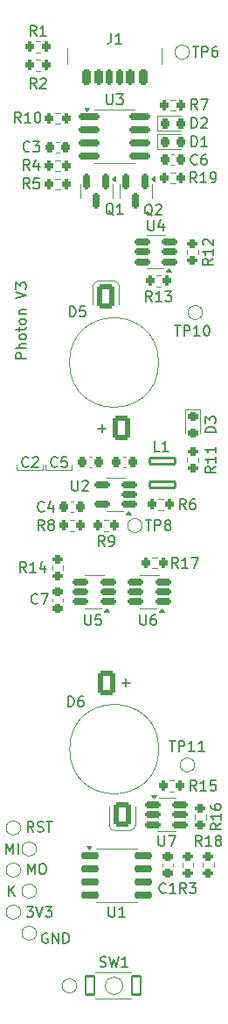
<source format=gbr>
%TF.GenerationSoftware,KiCad,Pcbnew,9.0.3*%
%TF.CreationDate,2025-10-02T21:49:32-04:00*%
%TF.ProjectId,Photon,50686f74-6f6e-42e6-9b69-6361645f7063,1.3*%
%TF.SameCoordinates,Original*%
%TF.FileFunction,Legend,Top*%
%TF.FilePolarity,Positive*%
%FSLAX46Y46*%
G04 Gerber Fmt 4.6, Leading zero omitted, Abs format (unit mm)*
G04 Created by KiCad (PCBNEW 9.0.3) date 2025-10-02 21:49:32*
%MOMM*%
%LPD*%
G01*
G04 APERTURE LIST*
G04 Aperture macros list*
%AMRoundRect*
0 Rectangle with rounded corners*
0 $1 Rounding radius*
0 $2 $3 $4 $5 $6 $7 $8 $9 X,Y pos of 4 corners*
0 Add a 4 corners polygon primitive as box body*
4,1,4,$2,$3,$4,$5,$6,$7,$8,$9,$2,$3,0*
0 Add four circle primitives for the rounded corners*
1,1,$1+$1,$2,$3*
1,1,$1+$1,$4,$5*
1,1,$1+$1,$6,$7*
1,1,$1+$1,$8,$9*
0 Add four rect primitives between the rounded corners*
20,1,$1+$1,$2,$3,$4,$5,0*
20,1,$1+$1,$4,$5,$6,$7,0*
20,1,$1+$1,$6,$7,$8,$9,0*
20,1,$1+$1,$8,$9,$2,$3,0*%
G04 Aperture macros list end*
%ADD10C,0.200000*%
%ADD11C,0.100000*%
%ADD12C,0.150000*%
%ADD13C,0.120000*%
%ADD14C,2.299000*%
%ADD15RoundRect,0.255000X-0.595000X0.945000X-0.595000X-0.945000X0.595000X-0.945000X0.595000X0.945000X0*%
%ADD16RoundRect,0.255000X0.595000X-0.945000X0.595000X0.945000X-0.595000X0.945000X-0.595000X-0.945000X0*%
%ADD17C,1.500000*%
%ADD18RoundRect,0.150000X-0.725000X-0.150000X0.725000X-0.150000X0.725000X0.150000X-0.725000X0.150000X0*%
%ADD19RoundRect,0.200000X-0.200000X-0.275000X0.200000X-0.275000X0.200000X0.275000X-0.200000X0.275000X0*%
%ADD20RoundRect,0.225000X0.225000X0.250000X-0.225000X0.250000X-0.225000X-0.250000X0.225000X-0.250000X0*%
%ADD21C,1.000000*%
%ADD22RoundRect,0.175000X0.175000X0.625000X-0.175000X0.625000X-0.175000X-0.625000X0.175000X-0.625000X0*%
%ADD23RoundRect,0.200000X0.200000X0.600000X-0.200000X0.600000X-0.200000X-0.600000X0.200000X-0.600000X0*%
%ADD24RoundRect,0.225000X0.225000X0.575000X-0.225000X0.575000X-0.225000X-0.575000X0.225000X-0.575000X0*%
%ADD25O,1.000000X1.700000*%
%ADD26RoundRect,0.162500X0.617500X0.162500X-0.617500X0.162500X-0.617500X-0.162500X0.617500X-0.162500X0*%
%ADD27RoundRect,0.225000X-0.225000X-0.250000X0.225000X-0.250000X0.225000X0.250000X-0.225000X0.250000X0*%
%ADD28RoundRect,0.225000X0.250000X-0.225000X0.250000X0.225000X-0.250000X0.225000X-0.250000X-0.225000X0*%
%ADD29RoundRect,0.200000X0.200000X0.275000X-0.200000X0.275000X-0.200000X-0.275000X0.200000X-0.275000X0*%
%ADD30RoundRect,0.200000X-0.275000X0.200000X-0.275000X-0.200000X0.275000X-0.200000X0.275000X0.200000X0*%
%ADD31RoundRect,0.105000X-0.420000X-0.895000X0.420000X-0.895000X0.420000X0.895000X-0.420000X0.895000X0*%
%ADD32RoundRect,0.218750X-0.218750X-0.256250X0.218750X-0.256250X0.218750X0.256250X-0.218750X0.256250X0*%
%ADD33RoundRect,0.200000X0.275000X-0.200000X0.275000X0.200000X-0.275000X0.200000X-0.275000X-0.200000X0*%
%ADD34RoundRect,0.150000X-0.150000X0.587500X-0.150000X-0.587500X0.150000X-0.587500X0.150000X0.587500X0*%
%ADD35RoundRect,0.162500X-0.617500X-0.162500X0.617500X-0.162500X0.617500X0.162500X-0.617500X0.162500X0*%
%ADD36RoundRect,0.218750X-0.256250X0.218750X-0.256250X-0.218750X0.256250X-0.218750X0.256250X0.218750X0*%
%ADD37RoundRect,0.120000X1.230000X-0.280000X1.230000X0.280000X-1.230000X0.280000X-1.230000X-0.280000X0*%
%ADD38RoundRect,0.150000X-0.825000X-0.150000X0.825000X-0.150000X0.825000X0.150000X-0.825000X0.150000X0*%
%ADD39R,2.290000X3.000000*%
G04 APERTURE END LIST*
D10*
X44317219Y-53224326D02*
X43317219Y-53224326D01*
X43317219Y-53224326D02*
X43317219Y-52843374D01*
X43317219Y-52843374D02*
X43364838Y-52748136D01*
X43364838Y-52748136D02*
X43412457Y-52700517D01*
X43412457Y-52700517D02*
X43507695Y-52652898D01*
X43507695Y-52652898D02*
X43650552Y-52652898D01*
X43650552Y-52652898D02*
X43745790Y-52700517D01*
X43745790Y-52700517D02*
X43793409Y-52748136D01*
X43793409Y-52748136D02*
X43841028Y-52843374D01*
X43841028Y-52843374D02*
X43841028Y-53224326D01*
X44317219Y-52224326D02*
X43317219Y-52224326D01*
X44317219Y-51795755D02*
X43793409Y-51795755D01*
X43793409Y-51795755D02*
X43698171Y-51843374D01*
X43698171Y-51843374D02*
X43650552Y-51938612D01*
X43650552Y-51938612D02*
X43650552Y-52081469D01*
X43650552Y-52081469D02*
X43698171Y-52176707D01*
X43698171Y-52176707D02*
X43745790Y-52224326D01*
X44317219Y-51176707D02*
X44269600Y-51271945D01*
X44269600Y-51271945D02*
X44221980Y-51319564D01*
X44221980Y-51319564D02*
X44126742Y-51367183D01*
X44126742Y-51367183D02*
X43841028Y-51367183D01*
X43841028Y-51367183D02*
X43745790Y-51319564D01*
X43745790Y-51319564D02*
X43698171Y-51271945D01*
X43698171Y-51271945D02*
X43650552Y-51176707D01*
X43650552Y-51176707D02*
X43650552Y-51033850D01*
X43650552Y-51033850D02*
X43698171Y-50938612D01*
X43698171Y-50938612D02*
X43745790Y-50890993D01*
X43745790Y-50890993D02*
X43841028Y-50843374D01*
X43841028Y-50843374D02*
X44126742Y-50843374D01*
X44126742Y-50843374D02*
X44221980Y-50890993D01*
X44221980Y-50890993D02*
X44269600Y-50938612D01*
X44269600Y-50938612D02*
X44317219Y-51033850D01*
X44317219Y-51033850D02*
X44317219Y-51176707D01*
X43650552Y-50557659D02*
X43650552Y-50176707D01*
X43317219Y-50414802D02*
X44174361Y-50414802D01*
X44174361Y-50414802D02*
X44269600Y-50367183D01*
X44269600Y-50367183D02*
X44317219Y-50271945D01*
X44317219Y-50271945D02*
X44317219Y-50176707D01*
X44317219Y-49700516D02*
X44269600Y-49795754D01*
X44269600Y-49795754D02*
X44221980Y-49843373D01*
X44221980Y-49843373D02*
X44126742Y-49890992D01*
X44126742Y-49890992D02*
X43841028Y-49890992D01*
X43841028Y-49890992D02*
X43745790Y-49843373D01*
X43745790Y-49843373D02*
X43698171Y-49795754D01*
X43698171Y-49795754D02*
X43650552Y-49700516D01*
X43650552Y-49700516D02*
X43650552Y-49557659D01*
X43650552Y-49557659D02*
X43698171Y-49462421D01*
X43698171Y-49462421D02*
X43745790Y-49414802D01*
X43745790Y-49414802D02*
X43841028Y-49367183D01*
X43841028Y-49367183D02*
X44126742Y-49367183D01*
X44126742Y-49367183D02*
X44221980Y-49414802D01*
X44221980Y-49414802D02*
X44269600Y-49462421D01*
X44269600Y-49462421D02*
X44317219Y-49557659D01*
X44317219Y-49557659D02*
X44317219Y-49700516D01*
X43650552Y-48938611D02*
X44317219Y-48938611D01*
X43745790Y-48938611D02*
X43698171Y-48890992D01*
X43698171Y-48890992D02*
X43650552Y-48795754D01*
X43650552Y-48795754D02*
X43650552Y-48652897D01*
X43650552Y-48652897D02*
X43698171Y-48557659D01*
X43698171Y-48557659D02*
X43793409Y-48510040D01*
X43793409Y-48510040D02*
X44317219Y-48510040D01*
X43317219Y-47414801D02*
X44317219Y-47081468D01*
X44317219Y-47081468D02*
X43317219Y-46748135D01*
X43317219Y-46510039D02*
X43317219Y-45890992D01*
X43317219Y-45890992D02*
X43698171Y-46224325D01*
X43698171Y-46224325D02*
X43698171Y-46081468D01*
X43698171Y-46081468D02*
X43745790Y-45986230D01*
X43745790Y-45986230D02*
X43793409Y-45938611D01*
X43793409Y-45938611D02*
X43888647Y-45890992D01*
X43888647Y-45890992D02*
X44126742Y-45890992D01*
X44126742Y-45890992D02*
X44221980Y-45938611D01*
X44221980Y-45938611D02*
X44269600Y-45986230D01*
X44269600Y-45986230D02*
X44317219Y-46081468D01*
X44317219Y-46081468D02*
X44317219Y-46367182D01*
X44317219Y-46367182D02*
X44269600Y-46462420D01*
X44269600Y-46462420D02*
X44221980Y-46510039D01*
D11*
X46228000Y-64008000D02*
X48768000Y-64008000D01*
X48768000Y-64008000D02*
X48768000Y-63500000D01*
X45974000Y-64008000D02*
X45974000Y-63500000D01*
X46228000Y-63500000D02*
X46228000Y-64008000D01*
X43434000Y-63500000D02*
X43434000Y-64008000D01*
X43434000Y-64008000D02*
X45974000Y-64008000D01*
D10*
X46385232Y-108719838D02*
X46289994Y-108672219D01*
X46289994Y-108672219D02*
X46147137Y-108672219D01*
X46147137Y-108672219D02*
X46004280Y-108719838D01*
X46004280Y-108719838D02*
X45909042Y-108815076D01*
X45909042Y-108815076D02*
X45861423Y-108910314D01*
X45861423Y-108910314D02*
X45813804Y-109100790D01*
X45813804Y-109100790D02*
X45813804Y-109243647D01*
X45813804Y-109243647D02*
X45861423Y-109434123D01*
X45861423Y-109434123D02*
X45909042Y-109529361D01*
X45909042Y-109529361D02*
X46004280Y-109624600D01*
X46004280Y-109624600D02*
X46147137Y-109672219D01*
X46147137Y-109672219D02*
X46242375Y-109672219D01*
X46242375Y-109672219D02*
X46385232Y-109624600D01*
X46385232Y-109624600D02*
X46432851Y-109576980D01*
X46432851Y-109576980D02*
X46432851Y-109243647D01*
X46432851Y-109243647D02*
X46242375Y-109243647D01*
X46861423Y-109672219D02*
X46861423Y-108672219D01*
X46861423Y-108672219D02*
X47432851Y-109672219D01*
X47432851Y-109672219D02*
X47432851Y-108672219D01*
X47909042Y-109672219D02*
X47909042Y-108672219D01*
X47909042Y-108672219D02*
X48147137Y-108672219D01*
X48147137Y-108672219D02*
X48289994Y-108719838D01*
X48289994Y-108719838D02*
X48385232Y-108815076D01*
X48385232Y-108815076D02*
X48432851Y-108910314D01*
X48432851Y-108910314D02*
X48480470Y-109100790D01*
X48480470Y-109100790D02*
X48480470Y-109243647D01*
X48480470Y-109243647D02*
X48432851Y-109434123D01*
X48432851Y-109434123D02*
X48385232Y-109529361D01*
X48385232Y-109529361D02*
X48289994Y-109624600D01*
X48289994Y-109624600D02*
X48147137Y-109672219D01*
X48147137Y-109672219D02*
X47909042Y-109672219D01*
X44385042Y-106132219D02*
X45004089Y-106132219D01*
X45004089Y-106132219D02*
X44670756Y-106513171D01*
X44670756Y-106513171D02*
X44813613Y-106513171D01*
X44813613Y-106513171D02*
X44908851Y-106560790D01*
X44908851Y-106560790D02*
X44956470Y-106608409D01*
X44956470Y-106608409D02*
X45004089Y-106703647D01*
X45004089Y-106703647D02*
X45004089Y-106941742D01*
X45004089Y-106941742D02*
X44956470Y-107036980D01*
X44956470Y-107036980D02*
X44908851Y-107084600D01*
X44908851Y-107084600D02*
X44813613Y-107132219D01*
X44813613Y-107132219D02*
X44527899Y-107132219D01*
X44527899Y-107132219D02*
X44432661Y-107084600D01*
X44432661Y-107084600D02*
X44385042Y-107036980D01*
X45289804Y-106132219D02*
X45623137Y-107132219D01*
X45623137Y-107132219D02*
X45956470Y-106132219D01*
X46194566Y-106132219D02*
X46813613Y-106132219D01*
X46813613Y-106132219D02*
X46480280Y-106513171D01*
X46480280Y-106513171D02*
X46623137Y-106513171D01*
X46623137Y-106513171D02*
X46718375Y-106560790D01*
X46718375Y-106560790D02*
X46765994Y-106608409D01*
X46765994Y-106608409D02*
X46813613Y-106703647D01*
X46813613Y-106703647D02*
X46813613Y-106941742D01*
X46813613Y-106941742D02*
X46765994Y-107036980D01*
X46765994Y-107036980D02*
X46718375Y-107084600D01*
X46718375Y-107084600D02*
X46623137Y-107132219D01*
X46623137Y-107132219D02*
X46337423Y-107132219D01*
X46337423Y-107132219D02*
X46242185Y-107084600D01*
X46242185Y-107084600D02*
X46194566Y-107036980D01*
X42664095Y-105092696D02*
X42664095Y-104092696D01*
X43235523Y-105092696D02*
X42806952Y-104521267D01*
X43235523Y-104092696D02*
X42664095Y-104664124D01*
X44468810Y-102991219D02*
X44468810Y-101991219D01*
X44468810Y-101991219D02*
X44802143Y-102705504D01*
X44802143Y-102705504D02*
X45135476Y-101991219D01*
X45135476Y-101991219D02*
X45135476Y-102991219D01*
X45802143Y-101991219D02*
X45992619Y-101991219D01*
X45992619Y-101991219D02*
X46087857Y-102038838D01*
X46087857Y-102038838D02*
X46183095Y-102134076D01*
X46183095Y-102134076D02*
X46230714Y-102324552D01*
X46230714Y-102324552D02*
X46230714Y-102657885D01*
X46230714Y-102657885D02*
X46183095Y-102848361D01*
X46183095Y-102848361D02*
X46087857Y-102943600D01*
X46087857Y-102943600D02*
X45992619Y-102991219D01*
X45992619Y-102991219D02*
X45802143Y-102991219D01*
X45802143Y-102991219D02*
X45706905Y-102943600D01*
X45706905Y-102943600D02*
X45611667Y-102848361D01*
X45611667Y-102848361D02*
X45564048Y-102657885D01*
X45564048Y-102657885D02*
X45564048Y-102324552D01*
X45564048Y-102324552D02*
X45611667Y-102134076D01*
X45611667Y-102134076D02*
X45706905Y-102038838D01*
X45706905Y-102038838D02*
X45802143Y-101991219D01*
X42409614Y-101042211D02*
X42409614Y-100042211D01*
X42409614Y-100042211D02*
X42742947Y-100756496D01*
X42742947Y-100756496D02*
X43076280Y-100042211D01*
X43076280Y-100042211D02*
X43076280Y-101042211D01*
X43552471Y-101042211D02*
X43552471Y-100042211D01*
X45040238Y-98927219D02*
X44706905Y-98451028D01*
X44468810Y-98927219D02*
X44468810Y-97927219D01*
X44468810Y-97927219D02*
X44849762Y-97927219D01*
X44849762Y-97927219D02*
X44945000Y-97974838D01*
X44945000Y-97974838D02*
X44992619Y-98022457D01*
X44992619Y-98022457D02*
X45040238Y-98117695D01*
X45040238Y-98117695D02*
X45040238Y-98260552D01*
X45040238Y-98260552D02*
X44992619Y-98355790D01*
X44992619Y-98355790D02*
X44945000Y-98403409D01*
X44945000Y-98403409D02*
X44849762Y-98451028D01*
X44849762Y-98451028D02*
X44468810Y-98451028D01*
X45421191Y-98879600D02*
X45564048Y-98927219D01*
X45564048Y-98927219D02*
X45802143Y-98927219D01*
X45802143Y-98927219D02*
X45897381Y-98879600D01*
X45897381Y-98879600D02*
X45945000Y-98831980D01*
X45945000Y-98831980D02*
X45992619Y-98736742D01*
X45992619Y-98736742D02*
X45992619Y-98641504D01*
X45992619Y-98641504D02*
X45945000Y-98546266D01*
X45945000Y-98546266D02*
X45897381Y-98498647D01*
X45897381Y-98498647D02*
X45802143Y-98451028D01*
X45802143Y-98451028D02*
X45611667Y-98403409D01*
X45611667Y-98403409D02*
X45516429Y-98355790D01*
X45516429Y-98355790D02*
X45468810Y-98308171D01*
X45468810Y-98308171D02*
X45421191Y-98212933D01*
X45421191Y-98212933D02*
X45421191Y-98117695D01*
X45421191Y-98117695D02*
X45468810Y-98022457D01*
X45468810Y-98022457D02*
X45516429Y-97974838D01*
X45516429Y-97974838D02*
X45611667Y-97927219D01*
X45611667Y-97927219D02*
X45849762Y-97927219D01*
X45849762Y-97927219D02*
X45992619Y-97974838D01*
X46278334Y-97927219D02*
X46849762Y-97927219D01*
X46564048Y-98927219D02*
X46564048Y-97927219D01*
X48385505Y-86812219D02*
X48385505Y-85812219D01*
X48385505Y-85812219D02*
X48623600Y-85812219D01*
X48623600Y-85812219D02*
X48766457Y-85859838D01*
X48766457Y-85859838D02*
X48861695Y-85955076D01*
X48861695Y-85955076D02*
X48909314Y-86050314D01*
X48909314Y-86050314D02*
X48956933Y-86240790D01*
X48956933Y-86240790D02*
X48956933Y-86383647D01*
X48956933Y-86383647D02*
X48909314Y-86574123D01*
X48909314Y-86574123D02*
X48861695Y-86669361D01*
X48861695Y-86669361D02*
X48766457Y-86764600D01*
X48766457Y-86764600D02*
X48623600Y-86812219D01*
X48623600Y-86812219D02*
X48385505Y-86812219D01*
X49814076Y-85812219D02*
X49623600Y-85812219D01*
X49623600Y-85812219D02*
X49528362Y-85859838D01*
X49528362Y-85859838D02*
X49480743Y-85907457D01*
X49480743Y-85907457D02*
X49385505Y-86050314D01*
X49385505Y-86050314D02*
X49337886Y-86240790D01*
X49337886Y-86240790D02*
X49337886Y-86621742D01*
X49337886Y-86621742D02*
X49385505Y-86716980D01*
X49385505Y-86716980D02*
X49433124Y-86764600D01*
X49433124Y-86764600D02*
X49528362Y-86812219D01*
X49528362Y-86812219D02*
X49718838Y-86812219D01*
X49718838Y-86812219D02*
X49814076Y-86764600D01*
X49814076Y-86764600D02*
X49861695Y-86716980D01*
X49861695Y-86716980D02*
X49909314Y-86621742D01*
X49909314Y-86621742D02*
X49909314Y-86383647D01*
X49909314Y-86383647D02*
X49861695Y-86288409D01*
X49861695Y-86288409D02*
X49814076Y-86240790D01*
X49814076Y-86240790D02*
X49718838Y-86193171D01*
X49718838Y-86193171D02*
X49528362Y-86193171D01*
X49528362Y-86193171D02*
X49433124Y-86240790D01*
X49433124Y-86240790D02*
X49385505Y-86288409D01*
X49385505Y-86288409D02*
X49337886Y-86383647D01*
D12*
X54000562Y-84156779D02*
X54000562Y-84918684D01*
X53619609Y-84537731D02*
X54381514Y-84537731D01*
D10*
X48537905Y-49169419D02*
X48537905Y-48169419D01*
X48537905Y-48169419D02*
X48776000Y-48169419D01*
X48776000Y-48169419D02*
X48918857Y-48217038D01*
X48918857Y-48217038D02*
X49014095Y-48312276D01*
X49014095Y-48312276D02*
X49061714Y-48407514D01*
X49061714Y-48407514D02*
X49109333Y-48597990D01*
X49109333Y-48597990D02*
X49109333Y-48740847D01*
X49109333Y-48740847D02*
X49061714Y-48931323D01*
X49061714Y-48931323D02*
X49014095Y-49026561D01*
X49014095Y-49026561D02*
X48918857Y-49121800D01*
X48918857Y-49121800D02*
X48776000Y-49169419D01*
X48776000Y-49169419D02*
X48537905Y-49169419D01*
X50014095Y-48169419D02*
X49537905Y-48169419D01*
X49537905Y-48169419D02*
X49490286Y-48645609D01*
X49490286Y-48645609D02*
X49537905Y-48597990D01*
X49537905Y-48597990D02*
X49633143Y-48550371D01*
X49633143Y-48550371D02*
X49871238Y-48550371D01*
X49871238Y-48550371D02*
X49966476Y-48597990D01*
X49966476Y-48597990D02*
X50014095Y-48645609D01*
X50014095Y-48645609D02*
X50061714Y-48740847D01*
X50061714Y-48740847D02*
X50061714Y-48978942D01*
X50061714Y-48978942D02*
X50014095Y-49074180D01*
X50014095Y-49074180D02*
X49966476Y-49121800D01*
X49966476Y-49121800D02*
X49871238Y-49169419D01*
X49871238Y-49169419D02*
X49633143Y-49169419D01*
X49633143Y-49169419D02*
X49537905Y-49121800D01*
X49537905Y-49121800D02*
X49490286Y-49074180D01*
D12*
X51685866Y-60369220D02*
X51685866Y-59607316D01*
X52066819Y-59988268D02*
X51304914Y-59988268D01*
D10*
X52324095Y-106132219D02*
X52324095Y-106941742D01*
X52324095Y-106941742D02*
X52371714Y-107036980D01*
X52371714Y-107036980D02*
X52419333Y-107084600D01*
X52419333Y-107084600D02*
X52514571Y-107132219D01*
X52514571Y-107132219D02*
X52705047Y-107132219D01*
X52705047Y-107132219D02*
X52800285Y-107084600D01*
X52800285Y-107084600D02*
X52847904Y-107036980D01*
X52847904Y-107036980D02*
X52895523Y-106941742D01*
X52895523Y-106941742D02*
X52895523Y-106132219D01*
X53895523Y-107132219D02*
X53324095Y-107132219D01*
X53609809Y-107132219D02*
X53609809Y-106132219D01*
X53609809Y-106132219D02*
X53514571Y-106275076D01*
X53514571Y-106275076D02*
X53419333Y-106370314D01*
X53419333Y-106370314D02*
X53324095Y-106417933D01*
X59790333Y-67762219D02*
X59457000Y-67286028D01*
X59218905Y-67762219D02*
X59218905Y-66762219D01*
X59218905Y-66762219D02*
X59599857Y-66762219D01*
X59599857Y-66762219D02*
X59695095Y-66809838D01*
X59695095Y-66809838D02*
X59742714Y-66857457D01*
X59742714Y-66857457D02*
X59790333Y-66952695D01*
X59790333Y-66952695D02*
X59790333Y-67095552D01*
X59790333Y-67095552D02*
X59742714Y-67190790D01*
X59742714Y-67190790D02*
X59695095Y-67238409D01*
X59695095Y-67238409D02*
X59599857Y-67286028D01*
X59599857Y-67286028D02*
X59218905Y-67286028D01*
X60647476Y-66762219D02*
X60457000Y-66762219D01*
X60457000Y-66762219D02*
X60361762Y-66809838D01*
X60361762Y-66809838D02*
X60314143Y-66857457D01*
X60314143Y-66857457D02*
X60218905Y-67000314D01*
X60218905Y-67000314D02*
X60171286Y-67190790D01*
X60171286Y-67190790D02*
X60171286Y-67571742D01*
X60171286Y-67571742D02*
X60218905Y-67666980D01*
X60218905Y-67666980D02*
X60266524Y-67714600D01*
X60266524Y-67714600D02*
X60361762Y-67762219D01*
X60361762Y-67762219D02*
X60552238Y-67762219D01*
X60552238Y-67762219D02*
X60647476Y-67714600D01*
X60647476Y-67714600D02*
X60695095Y-67666980D01*
X60695095Y-67666980D02*
X60742714Y-67571742D01*
X60742714Y-67571742D02*
X60742714Y-67333647D01*
X60742714Y-67333647D02*
X60695095Y-67238409D01*
X60695095Y-67238409D02*
X60647476Y-67190790D01*
X60647476Y-67190790D02*
X60552238Y-67143171D01*
X60552238Y-67143171D02*
X60361762Y-67143171D01*
X60361762Y-67143171D02*
X60266524Y-67190790D01*
X60266524Y-67190790D02*
X60218905Y-67238409D01*
X60218905Y-67238409D02*
X60171286Y-67333647D01*
X44537333Y-63602980D02*
X44489714Y-63650600D01*
X44489714Y-63650600D02*
X44346857Y-63698219D01*
X44346857Y-63698219D02*
X44251619Y-63698219D01*
X44251619Y-63698219D02*
X44108762Y-63650600D01*
X44108762Y-63650600D02*
X44013524Y-63555361D01*
X44013524Y-63555361D02*
X43965905Y-63460123D01*
X43965905Y-63460123D02*
X43918286Y-63269647D01*
X43918286Y-63269647D02*
X43918286Y-63126790D01*
X43918286Y-63126790D02*
X43965905Y-62936314D01*
X43965905Y-62936314D02*
X44013524Y-62841076D01*
X44013524Y-62841076D02*
X44108762Y-62745838D01*
X44108762Y-62745838D02*
X44251619Y-62698219D01*
X44251619Y-62698219D02*
X44346857Y-62698219D01*
X44346857Y-62698219D02*
X44489714Y-62745838D01*
X44489714Y-62745838D02*
X44537333Y-62793457D01*
X44918286Y-62793457D02*
X44965905Y-62745838D01*
X44965905Y-62745838D02*
X45061143Y-62698219D01*
X45061143Y-62698219D02*
X45299238Y-62698219D01*
X45299238Y-62698219D02*
X45394476Y-62745838D01*
X45394476Y-62745838D02*
X45442095Y-62793457D01*
X45442095Y-62793457D02*
X45489714Y-62888695D01*
X45489714Y-62888695D02*
X45489714Y-62983933D01*
X45489714Y-62983933D02*
X45442095Y-63126790D01*
X45442095Y-63126790D02*
X44870667Y-63698219D01*
X44870667Y-63698219D02*
X45489714Y-63698219D01*
X55888095Y-68794219D02*
X56459523Y-68794219D01*
X56173809Y-69794219D02*
X56173809Y-68794219D01*
X56792857Y-69794219D02*
X56792857Y-68794219D01*
X56792857Y-68794219D02*
X57173809Y-68794219D01*
X57173809Y-68794219D02*
X57269047Y-68841838D01*
X57269047Y-68841838D02*
X57316666Y-68889457D01*
X57316666Y-68889457D02*
X57364285Y-68984695D01*
X57364285Y-68984695D02*
X57364285Y-69127552D01*
X57364285Y-69127552D02*
X57316666Y-69222790D01*
X57316666Y-69222790D02*
X57269047Y-69270409D01*
X57269047Y-69270409D02*
X57173809Y-69318028D01*
X57173809Y-69318028D02*
X56792857Y-69318028D01*
X57935714Y-69222790D02*
X57840476Y-69175171D01*
X57840476Y-69175171D02*
X57792857Y-69127552D01*
X57792857Y-69127552D02*
X57745238Y-69032314D01*
X57745238Y-69032314D02*
X57745238Y-68984695D01*
X57745238Y-68984695D02*
X57792857Y-68889457D01*
X57792857Y-68889457D02*
X57840476Y-68841838D01*
X57840476Y-68841838D02*
X57935714Y-68794219D01*
X57935714Y-68794219D02*
X58126190Y-68794219D01*
X58126190Y-68794219D02*
X58221428Y-68841838D01*
X58221428Y-68841838D02*
X58269047Y-68889457D01*
X58269047Y-68889457D02*
X58316666Y-68984695D01*
X58316666Y-68984695D02*
X58316666Y-69032314D01*
X58316666Y-69032314D02*
X58269047Y-69127552D01*
X58269047Y-69127552D02*
X58221428Y-69175171D01*
X58221428Y-69175171D02*
X58126190Y-69222790D01*
X58126190Y-69222790D02*
X57935714Y-69222790D01*
X57935714Y-69222790D02*
X57840476Y-69270409D01*
X57840476Y-69270409D02*
X57792857Y-69318028D01*
X57792857Y-69318028D02*
X57745238Y-69413266D01*
X57745238Y-69413266D02*
X57745238Y-69603742D01*
X57745238Y-69603742D02*
X57792857Y-69698980D01*
X57792857Y-69698980D02*
X57840476Y-69746600D01*
X57840476Y-69746600D02*
X57935714Y-69794219D01*
X57935714Y-69794219D02*
X58126190Y-69794219D01*
X58126190Y-69794219D02*
X58221428Y-69746600D01*
X58221428Y-69746600D02*
X58269047Y-69698980D01*
X58269047Y-69698980D02*
X58316666Y-69603742D01*
X58316666Y-69603742D02*
X58316666Y-69413266D01*
X58316666Y-69413266D02*
X58269047Y-69318028D01*
X58269047Y-69318028D02*
X58221428Y-69270409D01*
X58221428Y-69270409D02*
X58126190Y-69222790D01*
X52545466Y-21804219D02*
X52545466Y-22518504D01*
X52545466Y-22518504D02*
X52497847Y-22661361D01*
X52497847Y-22661361D02*
X52402609Y-22756600D01*
X52402609Y-22756600D02*
X52259752Y-22804219D01*
X52259752Y-22804219D02*
X52164514Y-22804219D01*
X53545466Y-22804219D02*
X52974038Y-22804219D01*
X53259752Y-22804219D02*
X53259752Y-21804219D01*
X53259752Y-21804219D02*
X53164514Y-21947076D01*
X53164514Y-21947076D02*
X53069276Y-22042314D01*
X53069276Y-22042314D02*
X52974038Y-22089933D01*
X60460095Y-23074219D02*
X61031523Y-23074219D01*
X60745809Y-24074219D02*
X60745809Y-23074219D01*
X61364857Y-24074219D02*
X61364857Y-23074219D01*
X61364857Y-23074219D02*
X61745809Y-23074219D01*
X61745809Y-23074219D02*
X61841047Y-23121838D01*
X61841047Y-23121838D02*
X61888666Y-23169457D01*
X61888666Y-23169457D02*
X61936285Y-23264695D01*
X61936285Y-23264695D02*
X61936285Y-23407552D01*
X61936285Y-23407552D02*
X61888666Y-23502790D01*
X61888666Y-23502790D02*
X61841047Y-23550409D01*
X61841047Y-23550409D02*
X61745809Y-23598028D01*
X61745809Y-23598028D02*
X61364857Y-23598028D01*
X62793428Y-23074219D02*
X62602952Y-23074219D01*
X62602952Y-23074219D02*
X62507714Y-23121838D01*
X62507714Y-23121838D02*
X62460095Y-23169457D01*
X62460095Y-23169457D02*
X62364857Y-23312314D01*
X62364857Y-23312314D02*
X62317238Y-23502790D01*
X62317238Y-23502790D02*
X62317238Y-23883742D01*
X62317238Y-23883742D02*
X62364857Y-23978980D01*
X62364857Y-23978980D02*
X62412476Y-24026600D01*
X62412476Y-24026600D02*
X62507714Y-24074219D01*
X62507714Y-24074219D02*
X62698190Y-24074219D01*
X62698190Y-24074219D02*
X62793428Y-24026600D01*
X62793428Y-24026600D02*
X62841047Y-23978980D01*
X62841047Y-23978980D02*
X62888666Y-23883742D01*
X62888666Y-23883742D02*
X62888666Y-23645647D01*
X62888666Y-23645647D02*
X62841047Y-23550409D01*
X62841047Y-23550409D02*
X62793428Y-23502790D01*
X62793428Y-23502790D02*
X62698190Y-23455171D01*
X62698190Y-23455171D02*
X62507714Y-23455171D01*
X62507714Y-23455171D02*
X62412476Y-23502790D01*
X62412476Y-23502790D02*
X62364857Y-23550409D01*
X62364857Y-23550409D02*
X62317238Y-23645647D01*
X55372095Y-77938219D02*
X55372095Y-78747742D01*
X55372095Y-78747742D02*
X55419714Y-78842980D01*
X55419714Y-78842980D02*
X55467333Y-78890600D01*
X55467333Y-78890600D02*
X55562571Y-78938219D01*
X55562571Y-78938219D02*
X55753047Y-78938219D01*
X55753047Y-78938219D02*
X55848285Y-78890600D01*
X55848285Y-78890600D02*
X55895904Y-78842980D01*
X55895904Y-78842980D02*
X55943523Y-78747742D01*
X55943523Y-78747742D02*
X55943523Y-77938219D01*
X56848285Y-77938219D02*
X56657809Y-77938219D01*
X56657809Y-77938219D02*
X56562571Y-77985838D01*
X56562571Y-77985838D02*
X56514952Y-78033457D01*
X56514952Y-78033457D02*
X56419714Y-78176314D01*
X56419714Y-78176314D02*
X56372095Y-78366790D01*
X56372095Y-78366790D02*
X56372095Y-78747742D01*
X56372095Y-78747742D02*
X56419714Y-78842980D01*
X56419714Y-78842980D02*
X56467333Y-78890600D01*
X56467333Y-78890600D02*
X56562571Y-78938219D01*
X56562571Y-78938219D02*
X56753047Y-78938219D01*
X56753047Y-78938219D02*
X56848285Y-78890600D01*
X56848285Y-78890600D02*
X56895904Y-78842980D01*
X56895904Y-78842980D02*
X56943523Y-78747742D01*
X56943523Y-78747742D02*
X56943523Y-78509647D01*
X56943523Y-78509647D02*
X56895904Y-78414409D01*
X56895904Y-78414409D02*
X56848285Y-78366790D01*
X56848285Y-78366790D02*
X56753047Y-78319171D01*
X56753047Y-78319171D02*
X56562571Y-78319171D01*
X56562571Y-78319171D02*
X56467333Y-78366790D01*
X56467333Y-78366790D02*
X56419714Y-78414409D01*
X56419714Y-78414409D02*
X56372095Y-78509647D01*
X46061333Y-67920980D02*
X46013714Y-67968600D01*
X46013714Y-67968600D02*
X45870857Y-68016219D01*
X45870857Y-68016219D02*
X45775619Y-68016219D01*
X45775619Y-68016219D02*
X45632762Y-67968600D01*
X45632762Y-67968600D02*
X45537524Y-67873361D01*
X45537524Y-67873361D02*
X45489905Y-67778123D01*
X45489905Y-67778123D02*
X45442286Y-67587647D01*
X45442286Y-67587647D02*
X45442286Y-67444790D01*
X45442286Y-67444790D02*
X45489905Y-67254314D01*
X45489905Y-67254314D02*
X45537524Y-67159076D01*
X45537524Y-67159076D02*
X45632762Y-67063838D01*
X45632762Y-67063838D02*
X45775619Y-67016219D01*
X45775619Y-67016219D02*
X45870857Y-67016219D01*
X45870857Y-67016219D02*
X46013714Y-67063838D01*
X46013714Y-67063838D02*
X46061333Y-67111457D01*
X46918476Y-67349552D02*
X46918476Y-68016219D01*
X46680381Y-66968600D02*
X46442286Y-67682885D01*
X46442286Y-67682885D02*
X47061333Y-67682885D01*
X50038095Y-77938219D02*
X50038095Y-78747742D01*
X50038095Y-78747742D02*
X50085714Y-78842980D01*
X50085714Y-78842980D02*
X50133333Y-78890600D01*
X50133333Y-78890600D02*
X50228571Y-78938219D01*
X50228571Y-78938219D02*
X50419047Y-78938219D01*
X50419047Y-78938219D02*
X50514285Y-78890600D01*
X50514285Y-78890600D02*
X50561904Y-78842980D01*
X50561904Y-78842980D02*
X50609523Y-78747742D01*
X50609523Y-78747742D02*
X50609523Y-77938219D01*
X51561904Y-77938219D02*
X51085714Y-77938219D01*
X51085714Y-77938219D02*
X51038095Y-78414409D01*
X51038095Y-78414409D02*
X51085714Y-78366790D01*
X51085714Y-78366790D02*
X51180952Y-78319171D01*
X51180952Y-78319171D02*
X51419047Y-78319171D01*
X51419047Y-78319171D02*
X51514285Y-78366790D01*
X51514285Y-78366790D02*
X51561904Y-78414409D01*
X51561904Y-78414409D02*
X51609523Y-78509647D01*
X51609523Y-78509647D02*
X51609523Y-78747742D01*
X51609523Y-78747742D02*
X51561904Y-78842980D01*
X51561904Y-78842980D02*
X51514285Y-78890600D01*
X51514285Y-78890600D02*
X51419047Y-78938219D01*
X51419047Y-78938219D02*
X51180952Y-78938219D01*
X51180952Y-78938219D02*
X51085714Y-78890600D01*
X51085714Y-78890600D02*
X51038095Y-78842980D01*
X51929333Y-71318219D02*
X51596000Y-70842028D01*
X51357905Y-71318219D02*
X51357905Y-70318219D01*
X51357905Y-70318219D02*
X51738857Y-70318219D01*
X51738857Y-70318219D02*
X51834095Y-70365838D01*
X51834095Y-70365838D02*
X51881714Y-70413457D01*
X51881714Y-70413457D02*
X51929333Y-70508695D01*
X51929333Y-70508695D02*
X51929333Y-70651552D01*
X51929333Y-70651552D02*
X51881714Y-70746790D01*
X51881714Y-70746790D02*
X51834095Y-70794409D01*
X51834095Y-70794409D02*
X51738857Y-70842028D01*
X51738857Y-70842028D02*
X51357905Y-70842028D01*
X52405524Y-71318219D02*
X52596000Y-71318219D01*
X52596000Y-71318219D02*
X52691238Y-71270600D01*
X52691238Y-71270600D02*
X52738857Y-71222980D01*
X52738857Y-71222980D02*
X52834095Y-71080123D01*
X52834095Y-71080123D02*
X52881714Y-70889647D01*
X52881714Y-70889647D02*
X52881714Y-70508695D01*
X52881714Y-70508695D02*
X52834095Y-70413457D01*
X52834095Y-70413457D02*
X52786476Y-70365838D01*
X52786476Y-70365838D02*
X52691238Y-70318219D01*
X52691238Y-70318219D02*
X52500762Y-70318219D01*
X52500762Y-70318219D02*
X52405524Y-70365838D01*
X52405524Y-70365838D02*
X52357905Y-70413457D01*
X52357905Y-70413457D02*
X52310286Y-70508695D01*
X52310286Y-70508695D02*
X52310286Y-70746790D01*
X52310286Y-70746790D02*
X52357905Y-70842028D01*
X52357905Y-70842028D02*
X52405524Y-70889647D01*
X52405524Y-70889647D02*
X52500762Y-70937266D01*
X52500762Y-70937266D02*
X52691238Y-70937266D01*
X52691238Y-70937266D02*
X52786476Y-70889647D01*
X52786476Y-70889647D02*
X52834095Y-70842028D01*
X52834095Y-70842028D02*
X52881714Y-70746790D01*
X47331333Y-63602980D02*
X47283714Y-63650600D01*
X47283714Y-63650600D02*
X47140857Y-63698219D01*
X47140857Y-63698219D02*
X47045619Y-63698219D01*
X47045619Y-63698219D02*
X46902762Y-63650600D01*
X46902762Y-63650600D02*
X46807524Y-63555361D01*
X46807524Y-63555361D02*
X46759905Y-63460123D01*
X46759905Y-63460123D02*
X46712286Y-63269647D01*
X46712286Y-63269647D02*
X46712286Y-63126790D01*
X46712286Y-63126790D02*
X46759905Y-62936314D01*
X46759905Y-62936314D02*
X46807524Y-62841076D01*
X46807524Y-62841076D02*
X46902762Y-62745838D01*
X46902762Y-62745838D02*
X47045619Y-62698219D01*
X47045619Y-62698219D02*
X47140857Y-62698219D01*
X47140857Y-62698219D02*
X47283714Y-62745838D01*
X47283714Y-62745838D02*
X47331333Y-62793457D01*
X48236095Y-62698219D02*
X47759905Y-62698219D01*
X47759905Y-62698219D02*
X47712286Y-63174409D01*
X47712286Y-63174409D02*
X47759905Y-63126790D01*
X47759905Y-63126790D02*
X47855143Y-63079171D01*
X47855143Y-63079171D02*
X48093238Y-63079171D01*
X48093238Y-63079171D02*
X48188476Y-63126790D01*
X48188476Y-63126790D02*
X48236095Y-63174409D01*
X48236095Y-63174409D02*
X48283714Y-63269647D01*
X48283714Y-63269647D02*
X48283714Y-63507742D01*
X48283714Y-63507742D02*
X48236095Y-63602980D01*
X48236095Y-63602980D02*
X48188476Y-63650600D01*
X48188476Y-63650600D02*
X48093238Y-63698219D01*
X48093238Y-63698219D02*
X47855143Y-63698219D01*
X47855143Y-63698219D02*
X47759905Y-63650600D01*
X47759905Y-63650600D02*
X47712286Y-63602980D01*
X58205905Y-90130219D02*
X58777333Y-90130219D01*
X58491619Y-91130219D02*
X58491619Y-90130219D01*
X59110667Y-91130219D02*
X59110667Y-90130219D01*
X59110667Y-90130219D02*
X59491619Y-90130219D01*
X59491619Y-90130219D02*
X59586857Y-90177838D01*
X59586857Y-90177838D02*
X59634476Y-90225457D01*
X59634476Y-90225457D02*
X59682095Y-90320695D01*
X59682095Y-90320695D02*
X59682095Y-90463552D01*
X59682095Y-90463552D02*
X59634476Y-90558790D01*
X59634476Y-90558790D02*
X59586857Y-90606409D01*
X59586857Y-90606409D02*
X59491619Y-90654028D01*
X59491619Y-90654028D02*
X59110667Y-90654028D01*
X60634476Y-91130219D02*
X60063048Y-91130219D01*
X60348762Y-91130219D02*
X60348762Y-90130219D01*
X60348762Y-90130219D02*
X60253524Y-90273076D01*
X60253524Y-90273076D02*
X60158286Y-90368314D01*
X60158286Y-90368314D02*
X60063048Y-90415933D01*
X61586857Y-91130219D02*
X61015429Y-91130219D01*
X61301143Y-91130219D02*
X61301143Y-90130219D01*
X61301143Y-90130219D02*
X61205905Y-90273076D01*
X61205905Y-90273076D02*
X61110667Y-90368314D01*
X61110667Y-90368314D02*
X61015429Y-90415933D01*
X44661333Y-35020219D02*
X44328000Y-34544028D01*
X44089905Y-35020219D02*
X44089905Y-34020219D01*
X44089905Y-34020219D02*
X44470857Y-34020219D01*
X44470857Y-34020219D02*
X44566095Y-34067838D01*
X44566095Y-34067838D02*
X44613714Y-34115457D01*
X44613714Y-34115457D02*
X44661333Y-34210695D01*
X44661333Y-34210695D02*
X44661333Y-34353552D01*
X44661333Y-34353552D02*
X44613714Y-34448790D01*
X44613714Y-34448790D02*
X44566095Y-34496409D01*
X44566095Y-34496409D02*
X44470857Y-34544028D01*
X44470857Y-34544028D02*
X44089905Y-34544028D01*
X45518476Y-34353552D02*
X45518476Y-35020219D01*
X45280381Y-33972600D02*
X45042286Y-34686885D01*
X45042286Y-34686885D02*
X45661333Y-34686885D01*
X57846933Y-104750980D02*
X57799314Y-104798600D01*
X57799314Y-104798600D02*
X57656457Y-104846219D01*
X57656457Y-104846219D02*
X57561219Y-104846219D01*
X57561219Y-104846219D02*
X57418362Y-104798600D01*
X57418362Y-104798600D02*
X57323124Y-104703361D01*
X57323124Y-104703361D02*
X57275505Y-104608123D01*
X57275505Y-104608123D02*
X57227886Y-104417647D01*
X57227886Y-104417647D02*
X57227886Y-104274790D01*
X57227886Y-104274790D02*
X57275505Y-104084314D01*
X57275505Y-104084314D02*
X57323124Y-103989076D01*
X57323124Y-103989076D02*
X57418362Y-103893838D01*
X57418362Y-103893838D02*
X57561219Y-103846219D01*
X57561219Y-103846219D02*
X57656457Y-103846219D01*
X57656457Y-103846219D02*
X57799314Y-103893838D01*
X57799314Y-103893838D02*
X57846933Y-103941457D01*
X58799314Y-104846219D02*
X58227886Y-104846219D01*
X58513600Y-104846219D02*
X58513600Y-103846219D01*
X58513600Y-103846219D02*
X58418362Y-103989076D01*
X58418362Y-103989076D02*
X58323124Y-104084314D01*
X58323124Y-104084314D02*
X58227886Y-104131933D01*
X56134095Y-39838219D02*
X56134095Y-40647742D01*
X56134095Y-40647742D02*
X56181714Y-40742980D01*
X56181714Y-40742980D02*
X56229333Y-40790600D01*
X56229333Y-40790600D02*
X56324571Y-40838219D01*
X56324571Y-40838219D02*
X56515047Y-40838219D01*
X56515047Y-40838219D02*
X56610285Y-40790600D01*
X56610285Y-40790600D02*
X56657904Y-40742980D01*
X56657904Y-40742980D02*
X56705523Y-40647742D01*
X56705523Y-40647742D02*
X56705523Y-39838219D01*
X57610285Y-40171552D02*
X57610285Y-40838219D01*
X57372190Y-39790600D02*
X57134095Y-40504885D01*
X57134095Y-40504885D02*
X57753142Y-40504885D01*
X45299333Y-27122219D02*
X44966000Y-26646028D01*
X44727905Y-27122219D02*
X44727905Y-26122219D01*
X44727905Y-26122219D02*
X45108857Y-26122219D01*
X45108857Y-26122219D02*
X45204095Y-26169838D01*
X45204095Y-26169838D02*
X45251714Y-26217457D01*
X45251714Y-26217457D02*
X45299333Y-26312695D01*
X45299333Y-26312695D02*
X45299333Y-26455552D01*
X45299333Y-26455552D02*
X45251714Y-26550790D01*
X45251714Y-26550790D02*
X45204095Y-26598409D01*
X45204095Y-26598409D02*
X45108857Y-26646028D01*
X45108857Y-26646028D02*
X44727905Y-26646028D01*
X45680286Y-26217457D02*
X45727905Y-26169838D01*
X45727905Y-26169838D02*
X45823143Y-26122219D01*
X45823143Y-26122219D02*
X46061238Y-26122219D01*
X46061238Y-26122219D02*
X46156476Y-26169838D01*
X46156476Y-26169838D02*
X46204095Y-26217457D01*
X46204095Y-26217457D02*
X46251714Y-26312695D01*
X46251714Y-26312695D02*
X46251714Y-26407933D01*
X46251714Y-26407933D02*
X46204095Y-26550790D01*
X46204095Y-26550790D02*
X45632667Y-27122219D01*
X45632667Y-27122219D02*
X46251714Y-27122219D01*
X45299333Y-22042219D02*
X44966000Y-21566028D01*
X44727905Y-22042219D02*
X44727905Y-21042219D01*
X44727905Y-21042219D02*
X45108857Y-21042219D01*
X45108857Y-21042219D02*
X45204095Y-21089838D01*
X45204095Y-21089838D02*
X45251714Y-21137457D01*
X45251714Y-21137457D02*
X45299333Y-21232695D01*
X45299333Y-21232695D02*
X45299333Y-21375552D01*
X45299333Y-21375552D02*
X45251714Y-21470790D01*
X45251714Y-21470790D02*
X45204095Y-21518409D01*
X45204095Y-21518409D02*
X45108857Y-21566028D01*
X45108857Y-21566028D02*
X44727905Y-21566028D01*
X46251714Y-22042219D02*
X45680286Y-22042219D01*
X45966000Y-22042219D02*
X45966000Y-21042219D01*
X45966000Y-21042219D02*
X45870762Y-21185076D01*
X45870762Y-21185076D02*
X45775524Y-21280314D01*
X45775524Y-21280314D02*
X45680286Y-21327933D01*
X63190219Y-98116357D02*
X62714028Y-98449690D01*
X63190219Y-98687785D02*
X62190219Y-98687785D01*
X62190219Y-98687785D02*
X62190219Y-98306833D01*
X62190219Y-98306833D02*
X62237838Y-98211595D01*
X62237838Y-98211595D02*
X62285457Y-98163976D01*
X62285457Y-98163976D02*
X62380695Y-98116357D01*
X62380695Y-98116357D02*
X62523552Y-98116357D01*
X62523552Y-98116357D02*
X62618790Y-98163976D01*
X62618790Y-98163976D02*
X62666409Y-98211595D01*
X62666409Y-98211595D02*
X62714028Y-98306833D01*
X62714028Y-98306833D02*
X62714028Y-98687785D01*
X63190219Y-97163976D02*
X63190219Y-97735404D01*
X63190219Y-97449690D02*
X62190219Y-97449690D01*
X62190219Y-97449690D02*
X62333076Y-97544928D01*
X62333076Y-97544928D02*
X62428314Y-97640166D01*
X62428314Y-97640166D02*
X62475933Y-97735404D01*
X62190219Y-96306833D02*
X62190219Y-96497309D01*
X62190219Y-96497309D02*
X62237838Y-96592547D01*
X62237838Y-96592547D02*
X62285457Y-96640166D01*
X62285457Y-96640166D02*
X62428314Y-96735404D01*
X62428314Y-96735404D02*
X62618790Y-96783023D01*
X62618790Y-96783023D02*
X62999742Y-96783023D01*
X62999742Y-96783023D02*
X63094980Y-96735404D01*
X63094980Y-96735404D02*
X63142600Y-96687785D01*
X63142600Y-96687785D02*
X63190219Y-96592547D01*
X63190219Y-96592547D02*
X63190219Y-96402071D01*
X63190219Y-96402071D02*
X63142600Y-96306833D01*
X63142600Y-96306833D02*
X63094980Y-96259214D01*
X63094980Y-96259214D02*
X62999742Y-96211595D01*
X62999742Y-96211595D02*
X62761647Y-96211595D01*
X62761647Y-96211595D02*
X62666409Y-96259214D01*
X62666409Y-96259214D02*
X62618790Y-96306833D01*
X62618790Y-96306833D02*
X62571171Y-96402071D01*
X62571171Y-96402071D02*
X62571171Y-96592547D01*
X62571171Y-96592547D02*
X62618790Y-96687785D01*
X62618790Y-96687785D02*
X62666409Y-96735404D01*
X62666409Y-96735404D02*
X62761647Y-96783023D01*
X51498667Y-111910600D02*
X51641524Y-111958219D01*
X51641524Y-111958219D02*
X51879619Y-111958219D01*
X51879619Y-111958219D02*
X51974857Y-111910600D01*
X51974857Y-111910600D02*
X52022476Y-111862980D01*
X52022476Y-111862980D02*
X52070095Y-111767742D01*
X52070095Y-111767742D02*
X52070095Y-111672504D01*
X52070095Y-111672504D02*
X52022476Y-111577266D01*
X52022476Y-111577266D02*
X51974857Y-111529647D01*
X51974857Y-111529647D02*
X51879619Y-111482028D01*
X51879619Y-111482028D02*
X51689143Y-111434409D01*
X51689143Y-111434409D02*
X51593905Y-111386790D01*
X51593905Y-111386790D02*
X51546286Y-111339171D01*
X51546286Y-111339171D02*
X51498667Y-111243933D01*
X51498667Y-111243933D02*
X51498667Y-111148695D01*
X51498667Y-111148695D02*
X51546286Y-111053457D01*
X51546286Y-111053457D02*
X51593905Y-111005838D01*
X51593905Y-111005838D02*
X51689143Y-110958219D01*
X51689143Y-110958219D02*
X51927238Y-110958219D01*
X51927238Y-110958219D02*
X52070095Y-111005838D01*
X52403429Y-110958219D02*
X52641524Y-111958219D01*
X52641524Y-111958219D02*
X52832000Y-111243933D01*
X52832000Y-111243933D02*
X53022476Y-111958219D01*
X53022476Y-111958219D02*
X53260572Y-110958219D01*
X54165333Y-111958219D02*
X53593905Y-111958219D01*
X53879619Y-111958219D02*
X53879619Y-110958219D01*
X53879619Y-110958219D02*
X53784381Y-111101076D01*
X53784381Y-111101076D02*
X53689143Y-111196314D01*
X53689143Y-111196314D02*
X53593905Y-111243933D01*
X60345905Y-30936219D02*
X60345905Y-29936219D01*
X60345905Y-29936219D02*
X60584000Y-29936219D01*
X60584000Y-29936219D02*
X60726857Y-29983838D01*
X60726857Y-29983838D02*
X60822095Y-30079076D01*
X60822095Y-30079076D02*
X60869714Y-30174314D01*
X60869714Y-30174314D02*
X60917333Y-30364790D01*
X60917333Y-30364790D02*
X60917333Y-30507647D01*
X60917333Y-30507647D02*
X60869714Y-30698123D01*
X60869714Y-30698123D02*
X60822095Y-30793361D01*
X60822095Y-30793361D02*
X60726857Y-30888600D01*
X60726857Y-30888600D02*
X60584000Y-30936219D01*
X60584000Y-30936219D02*
X60345905Y-30936219D01*
X61298286Y-30031457D02*
X61345905Y-29983838D01*
X61345905Y-29983838D02*
X61441143Y-29936219D01*
X61441143Y-29936219D02*
X61679238Y-29936219D01*
X61679238Y-29936219D02*
X61774476Y-29983838D01*
X61774476Y-29983838D02*
X61822095Y-30031457D01*
X61822095Y-30031457D02*
X61869714Y-30126695D01*
X61869714Y-30126695D02*
X61869714Y-30221933D01*
X61869714Y-30221933D02*
X61822095Y-30364790D01*
X61822095Y-30364790D02*
X61250667Y-30936219D01*
X61250667Y-30936219D02*
X61869714Y-30936219D01*
X43807142Y-30424219D02*
X43473809Y-29948028D01*
X43235714Y-30424219D02*
X43235714Y-29424219D01*
X43235714Y-29424219D02*
X43616666Y-29424219D01*
X43616666Y-29424219D02*
X43711904Y-29471838D01*
X43711904Y-29471838D02*
X43759523Y-29519457D01*
X43759523Y-29519457D02*
X43807142Y-29614695D01*
X43807142Y-29614695D02*
X43807142Y-29757552D01*
X43807142Y-29757552D02*
X43759523Y-29852790D01*
X43759523Y-29852790D02*
X43711904Y-29900409D01*
X43711904Y-29900409D02*
X43616666Y-29948028D01*
X43616666Y-29948028D02*
X43235714Y-29948028D01*
X44759523Y-30424219D02*
X44188095Y-30424219D01*
X44473809Y-30424219D02*
X44473809Y-29424219D01*
X44473809Y-29424219D02*
X44378571Y-29567076D01*
X44378571Y-29567076D02*
X44283333Y-29662314D01*
X44283333Y-29662314D02*
X44188095Y-29709933D01*
X45378571Y-29424219D02*
X45473809Y-29424219D01*
X45473809Y-29424219D02*
X45569047Y-29471838D01*
X45569047Y-29471838D02*
X45616666Y-29519457D01*
X45616666Y-29519457D02*
X45664285Y-29614695D01*
X45664285Y-29614695D02*
X45711904Y-29805171D01*
X45711904Y-29805171D02*
X45711904Y-30043266D01*
X45711904Y-30043266D02*
X45664285Y-30233742D01*
X45664285Y-30233742D02*
X45616666Y-30328980D01*
X45616666Y-30328980D02*
X45569047Y-30376600D01*
X45569047Y-30376600D02*
X45473809Y-30424219D01*
X45473809Y-30424219D02*
X45378571Y-30424219D01*
X45378571Y-30424219D02*
X45283333Y-30376600D01*
X45283333Y-30376600D02*
X45235714Y-30328980D01*
X45235714Y-30328980D02*
X45188095Y-30233742D01*
X45188095Y-30233742D02*
X45140476Y-30043266D01*
X45140476Y-30043266D02*
X45140476Y-29805171D01*
X45140476Y-29805171D02*
X45188095Y-29614695D01*
X45188095Y-29614695D02*
X45235714Y-29519457D01*
X45235714Y-29519457D02*
X45283333Y-29471838D01*
X45283333Y-29471838D02*
X45378571Y-29424219D01*
X60897333Y-29178219D02*
X60564000Y-28702028D01*
X60325905Y-29178219D02*
X60325905Y-28178219D01*
X60325905Y-28178219D02*
X60706857Y-28178219D01*
X60706857Y-28178219D02*
X60802095Y-28225838D01*
X60802095Y-28225838D02*
X60849714Y-28273457D01*
X60849714Y-28273457D02*
X60897333Y-28368695D01*
X60897333Y-28368695D02*
X60897333Y-28511552D01*
X60897333Y-28511552D02*
X60849714Y-28606790D01*
X60849714Y-28606790D02*
X60802095Y-28654409D01*
X60802095Y-28654409D02*
X60706857Y-28702028D01*
X60706857Y-28702028D02*
X60325905Y-28702028D01*
X61230667Y-28178219D02*
X61897333Y-28178219D01*
X61897333Y-28178219D02*
X61468762Y-29178219D01*
X62428219Y-43568857D02*
X61952028Y-43902190D01*
X62428219Y-44140285D02*
X61428219Y-44140285D01*
X61428219Y-44140285D02*
X61428219Y-43759333D01*
X61428219Y-43759333D02*
X61475838Y-43664095D01*
X61475838Y-43664095D02*
X61523457Y-43616476D01*
X61523457Y-43616476D02*
X61618695Y-43568857D01*
X61618695Y-43568857D02*
X61761552Y-43568857D01*
X61761552Y-43568857D02*
X61856790Y-43616476D01*
X61856790Y-43616476D02*
X61904409Y-43664095D01*
X61904409Y-43664095D02*
X61952028Y-43759333D01*
X61952028Y-43759333D02*
X61952028Y-44140285D01*
X62428219Y-42616476D02*
X62428219Y-43187904D01*
X62428219Y-42902190D02*
X61428219Y-42902190D01*
X61428219Y-42902190D02*
X61571076Y-42997428D01*
X61571076Y-42997428D02*
X61666314Y-43092666D01*
X61666314Y-43092666D02*
X61713933Y-43187904D01*
X61523457Y-42235523D02*
X61475838Y-42187904D01*
X61475838Y-42187904D02*
X61428219Y-42092666D01*
X61428219Y-42092666D02*
X61428219Y-41854571D01*
X61428219Y-41854571D02*
X61475838Y-41759333D01*
X61475838Y-41759333D02*
X61523457Y-41711714D01*
X61523457Y-41711714D02*
X61618695Y-41664095D01*
X61618695Y-41664095D02*
X61713933Y-41664095D01*
X61713933Y-41664095D02*
X61856790Y-41711714D01*
X61856790Y-41711714D02*
X62428219Y-42283142D01*
X62428219Y-42283142D02*
X62428219Y-41664095D01*
X56546761Y-39409457D02*
X56451523Y-39361838D01*
X56451523Y-39361838D02*
X56356285Y-39266600D01*
X56356285Y-39266600D02*
X56213428Y-39123742D01*
X56213428Y-39123742D02*
X56118190Y-39076123D01*
X56118190Y-39076123D02*
X56022952Y-39076123D01*
X56070571Y-39314219D02*
X55975333Y-39266600D01*
X55975333Y-39266600D02*
X55880095Y-39171361D01*
X55880095Y-39171361D02*
X55832476Y-38980885D01*
X55832476Y-38980885D02*
X55832476Y-38647552D01*
X55832476Y-38647552D02*
X55880095Y-38457076D01*
X55880095Y-38457076D02*
X55975333Y-38361838D01*
X55975333Y-38361838D02*
X56070571Y-38314219D01*
X56070571Y-38314219D02*
X56261047Y-38314219D01*
X56261047Y-38314219D02*
X56356285Y-38361838D01*
X56356285Y-38361838D02*
X56451523Y-38457076D01*
X56451523Y-38457076D02*
X56499142Y-38647552D01*
X56499142Y-38647552D02*
X56499142Y-38980885D01*
X56499142Y-38980885D02*
X56451523Y-39171361D01*
X56451523Y-39171361D02*
X56356285Y-39266600D01*
X56356285Y-39266600D02*
X56261047Y-39314219D01*
X56261047Y-39314219D02*
X56070571Y-39314219D01*
X56880095Y-38409457D02*
X56927714Y-38361838D01*
X56927714Y-38361838D02*
X57022952Y-38314219D01*
X57022952Y-38314219D02*
X57261047Y-38314219D01*
X57261047Y-38314219D02*
X57356285Y-38361838D01*
X57356285Y-38361838D02*
X57403904Y-38409457D01*
X57403904Y-38409457D02*
X57451523Y-38504695D01*
X57451523Y-38504695D02*
X57451523Y-38599933D01*
X57451523Y-38599933D02*
X57403904Y-38742790D01*
X57403904Y-38742790D02*
X56832476Y-39314219D01*
X56832476Y-39314219D02*
X57451523Y-39314219D01*
X57150095Y-99274219D02*
X57150095Y-100083742D01*
X57150095Y-100083742D02*
X57197714Y-100178980D01*
X57197714Y-100178980D02*
X57245333Y-100226600D01*
X57245333Y-100226600D02*
X57340571Y-100274219D01*
X57340571Y-100274219D02*
X57531047Y-100274219D01*
X57531047Y-100274219D02*
X57626285Y-100226600D01*
X57626285Y-100226600D02*
X57673904Y-100178980D01*
X57673904Y-100178980D02*
X57721523Y-100083742D01*
X57721523Y-100083742D02*
X57721523Y-99274219D01*
X58102476Y-99274219D02*
X58769142Y-99274219D01*
X58769142Y-99274219D02*
X58340571Y-100274219D01*
X44315142Y-73858219D02*
X43981809Y-73382028D01*
X43743714Y-73858219D02*
X43743714Y-72858219D01*
X43743714Y-72858219D02*
X44124666Y-72858219D01*
X44124666Y-72858219D02*
X44219904Y-72905838D01*
X44219904Y-72905838D02*
X44267523Y-72953457D01*
X44267523Y-72953457D02*
X44315142Y-73048695D01*
X44315142Y-73048695D02*
X44315142Y-73191552D01*
X44315142Y-73191552D02*
X44267523Y-73286790D01*
X44267523Y-73286790D02*
X44219904Y-73334409D01*
X44219904Y-73334409D02*
X44124666Y-73382028D01*
X44124666Y-73382028D02*
X43743714Y-73382028D01*
X45267523Y-73858219D02*
X44696095Y-73858219D01*
X44981809Y-73858219D02*
X44981809Y-72858219D01*
X44981809Y-72858219D02*
X44886571Y-73001076D01*
X44886571Y-73001076D02*
X44791333Y-73096314D01*
X44791333Y-73096314D02*
X44696095Y-73143933D01*
X46124666Y-73191552D02*
X46124666Y-73858219D01*
X45886571Y-72810600D02*
X45648476Y-73524885D01*
X45648476Y-73524885D02*
X46267523Y-73524885D01*
X59828133Y-104846219D02*
X59494800Y-104370028D01*
X59256705Y-104846219D02*
X59256705Y-103846219D01*
X59256705Y-103846219D02*
X59637657Y-103846219D01*
X59637657Y-103846219D02*
X59732895Y-103893838D01*
X59732895Y-103893838D02*
X59780514Y-103941457D01*
X59780514Y-103941457D02*
X59828133Y-104036695D01*
X59828133Y-104036695D02*
X59828133Y-104179552D01*
X59828133Y-104179552D02*
X59780514Y-104274790D01*
X59780514Y-104274790D02*
X59732895Y-104322409D01*
X59732895Y-104322409D02*
X59637657Y-104370028D01*
X59637657Y-104370028D02*
X59256705Y-104370028D01*
X60161467Y-103846219D02*
X60780514Y-103846219D01*
X60780514Y-103846219D02*
X60447181Y-104227171D01*
X60447181Y-104227171D02*
X60590038Y-104227171D01*
X60590038Y-104227171D02*
X60685276Y-104274790D01*
X60685276Y-104274790D02*
X60732895Y-104322409D01*
X60732895Y-104322409D02*
X60780514Y-104417647D01*
X60780514Y-104417647D02*
X60780514Y-104655742D01*
X60780514Y-104655742D02*
X60732895Y-104750980D01*
X60732895Y-104750980D02*
X60685276Y-104798600D01*
X60685276Y-104798600D02*
X60590038Y-104846219D01*
X60590038Y-104846219D02*
X60304324Y-104846219D01*
X60304324Y-104846219D02*
X60209086Y-104798600D01*
X60209086Y-104798600D02*
X60161467Y-104750980D01*
X61333142Y-100274219D02*
X60999809Y-99798028D01*
X60761714Y-100274219D02*
X60761714Y-99274219D01*
X60761714Y-99274219D02*
X61142666Y-99274219D01*
X61142666Y-99274219D02*
X61237904Y-99321838D01*
X61237904Y-99321838D02*
X61285523Y-99369457D01*
X61285523Y-99369457D02*
X61333142Y-99464695D01*
X61333142Y-99464695D02*
X61333142Y-99607552D01*
X61333142Y-99607552D02*
X61285523Y-99702790D01*
X61285523Y-99702790D02*
X61237904Y-99750409D01*
X61237904Y-99750409D02*
X61142666Y-99798028D01*
X61142666Y-99798028D02*
X60761714Y-99798028D01*
X62285523Y-100274219D02*
X61714095Y-100274219D01*
X61999809Y-100274219D02*
X61999809Y-99274219D01*
X61999809Y-99274219D02*
X61904571Y-99417076D01*
X61904571Y-99417076D02*
X61809333Y-99512314D01*
X61809333Y-99512314D02*
X61714095Y-99559933D01*
X62856952Y-99702790D02*
X62761714Y-99655171D01*
X62761714Y-99655171D02*
X62714095Y-99607552D01*
X62714095Y-99607552D02*
X62666476Y-99512314D01*
X62666476Y-99512314D02*
X62666476Y-99464695D01*
X62666476Y-99464695D02*
X62714095Y-99369457D01*
X62714095Y-99369457D02*
X62761714Y-99321838D01*
X62761714Y-99321838D02*
X62856952Y-99274219D01*
X62856952Y-99274219D02*
X63047428Y-99274219D01*
X63047428Y-99274219D02*
X63142666Y-99321838D01*
X63142666Y-99321838D02*
X63190285Y-99369457D01*
X63190285Y-99369457D02*
X63237904Y-99464695D01*
X63237904Y-99464695D02*
X63237904Y-99512314D01*
X63237904Y-99512314D02*
X63190285Y-99607552D01*
X63190285Y-99607552D02*
X63142666Y-99655171D01*
X63142666Y-99655171D02*
X63047428Y-99702790D01*
X63047428Y-99702790D02*
X62856952Y-99702790D01*
X62856952Y-99702790D02*
X62761714Y-99750409D01*
X62761714Y-99750409D02*
X62714095Y-99798028D01*
X62714095Y-99798028D02*
X62666476Y-99893266D01*
X62666476Y-99893266D02*
X62666476Y-100083742D01*
X62666476Y-100083742D02*
X62714095Y-100178980D01*
X62714095Y-100178980D02*
X62761714Y-100226600D01*
X62761714Y-100226600D02*
X62856952Y-100274219D01*
X62856952Y-100274219D02*
X63047428Y-100274219D01*
X63047428Y-100274219D02*
X63142666Y-100226600D01*
X63142666Y-100226600D02*
X63190285Y-100178980D01*
X63190285Y-100178980D02*
X63237904Y-100083742D01*
X63237904Y-100083742D02*
X63237904Y-99893266D01*
X63237904Y-99893266D02*
X63190285Y-99798028D01*
X63190285Y-99798028D02*
X63142666Y-99750409D01*
X63142666Y-99750409D02*
X63047428Y-99702790D01*
X62682219Y-60365094D02*
X61682219Y-60365094D01*
X61682219Y-60365094D02*
X61682219Y-60126999D01*
X61682219Y-60126999D02*
X61729838Y-59984142D01*
X61729838Y-59984142D02*
X61825076Y-59888904D01*
X61825076Y-59888904D02*
X61920314Y-59841285D01*
X61920314Y-59841285D02*
X62110790Y-59793666D01*
X62110790Y-59793666D02*
X62253647Y-59793666D01*
X62253647Y-59793666D02*
X62444123Y-59841285D01*
X62444123Y-59841285D02*
X62539361Y-59888904D01*
X62539361Y-59888904D02*
X62634600Y-59984142D01*
X62634600Y-59984142D02*
X62682219Y-60126999D01*
X62682219Y-60126999D02*
X62682219Y-60365094D01*
X61682219Y-59460332D02*
X61682219Y-58841285D01*
X61682219Y-58841285D02*
X62063171Y-59174618D01*
X62063171Y-59174618D02*
X62063171Y-59031761D01*
X62063171Y-59031761D02*
X62110790Y-58936523D01*
X62110790Y-58936523D02*
X62158409Y-58888904D01*
X62158409Y-58888904D02*
X62253647Y-58841285D01*
X62253647Y-58841285D02*
X62491742Y-58841285D01*
X62491742Y-58841285D02*
X62586980Y-58888904D01*
X62586980Y-58888904D02*
X62634600Y-58936523D01*
X62634600Y-58936523D02*
X62682219Y-59031761D01*
X62682219Y-59031761D02*
X62682219Y-59317475D01*
X62682219Y-59317475D02*
X62634600Y-59412713D01*
X62634600Y-59412713D02*
X62586980Y-59460332D01*
X44661333Y-36798219D02*
X44328000Y-36322028D01*
X44089905Y-36798219D02*
X44089905Y-35798219D01*
X44089905Y-35798219D02*
X44470857Y-35798219D01*
X44470857Y-35798219D02*
X44566095Y-35845838D01*
X44566095Y-35845838D02*
X44613714Y-35893457D01*
X44613714Y-35893457D02*
X44661333Y-35988695D01*
X44661333Y-35988695D02*
X44661333Y-36131552D01*
X44661333Y-36131552D02*
X44613714Y-36226790D01*
X44613714Y-36226790D02*
X44566095Y-36274409D01*
X44566095Y-36274409D02*
X44470857Y-36322028D01*
X44470857Y-36322028D02*
X44089905Y-36322028D01*
X45566095Y-35798219D02*
X45089905Y-35798219D01*
X45089905Y-35798219D02*
X45042286Y-36274409D01*
X45042286Y-36274409D02*
X45089905Y-36226790D01*
X45089905Y-36226790D02*
X45185143Y-36179171D01*
X45185143Y-36179171D02*
X45423238Y-36179171D01*
X45423238Y-36179171D02*
X45518476Y-36226790D01*
X45518476Y-36226790D02*
X45566095Y-36274409D01*
X45566095Y-36274409D02*
X45613714Y-36369647D01*
X45613714Y-36369647D02*
X45613714Y-36607742D01*
X45613714Y-36607742D02*
X45566095Y-36702980D01*
X45566095Y-36702980D02*
X45518476Y-36750600D01*
X45518476Y-36750600D02*
X45423238Y-36798219D01*
X45423238Y-36798219D02*
X45185143Y-36798219D01*
X45185143Y-36798219D02*
X45089905Y-36750600D01*
X45089905Y-36750600D02*
X45042286Y-36702980D01*
X57250333Y-62174219D02*
X56774143Y-62174219D01*
X56774143Y-62174219D02*
X56774143Y-61174219D01*
X58107476Y-62174219D02*
X57536048Y-62174219D01*
X57821762Y-62174219D02*
X57821762Y-61174219D01*
X57821762Y-61174219D02*
X57726524Y-61317076D01*
X57726524Y-61317076D02*
X57631286Y-61412314D01*
X57631286Y-61412314D02*
X57536048Y-61459933D01*
X62682219Y-63634857D02*
X62206028Y-63968190D01*
X62682219Y-64206285D02*
X61682219Y-64206285D01*
X61682219Y-64206285D02*
X61682219Y-63825333D01*
X61682219Y-63825333D02*
X61729838Y-63730095D01*
X61729838Y-63730095D02*
X61777457Y-63682476D01*
X61777457Y-63682476D02*
X61872695Y-63634857D01*
X61872695Y-63634857D02*
X62015552Y-63634857D01*
X62015552Y-63634857D02*
X62110790Y-63682476D01*
X62110790Y-63682476D02*
X62158409Y-63730095D01*
X62158409Y-63730095D02*
X62206028Y-63825333D01*
X62206028Y-63825333D02*
X62206028Y-64206285D01*
X62682219Y-62682476D02*
X62682219Y-63253904D01*
X62682219Y-62968190D02*
X61682219Y-62968190D01*
X61682219Y-62968190D02*
X61825076Y-63063428D01*
X61825076Y-63063428D02*
X61920314Y-63158666D01*
X61920314Y-63158666D02*
X61967933Y-63253904D01*
X62682219Y-61730095D02*
X62682219Y-62301523D01*
X62682219Y-62015809D02*
X61682219Y-62015809D01*
X61682219Y-62015809D02*
X61825076Y-62111047D01*
X61825076Y-62111047D02*
X61920314Y-62206285D01*
X61920314Y-62206285D02*
X61967933Y-62301523D01*
X60825142Y-36211719D02*
X60491809Y-35735528D01*
X60253714Y-36211719D02*
X60253714Y-35211719D01*
X60253714Y-35211719D02*
X60634666Y-35211719D01*
X60634666Y-35211719D02*
X60729904Y-35259338D01*
X60729904Y-35259338D02*
X60777523Y-35306957D01*
X60777523Y-35306957D02*
X60825142Y-35402195D01*
X60825142Y-35402195D02*
X60825142Y-35545052D01*
X60825142Y-35545052D02*
X60777523Y-35640290D01*
X60777523Y-35640290D02*
X60729904Y-35687909D01*
X60729904Y-35687909D02*
X60634666Y-35735528D01*
X60634666Y-35735528D02*
X60253714Y-35735528D01*
X61777523Y-36211719D02*
X61206095Y-36211719D01*
X61491809Y-36211719D02*
X61491809Y-35211719D01*
X61491809Y-35211719D02*
X61396571Y-35354576D01*
X61396571Y-35354576D02*
X61301333Y-35449814D01*
X61301333Y-35449814D02*
X61206095Y-35497433D01*
X62253714Y-36211719D02*
X62444190Y-36211719D01*
X62444190Y-36211719D02*
X62539428Y-36164100D01*
X62539428Y-36164100D02*
X62587047Y-36116480D01*
X62587047Y-36116480D02*
X62682285Y-35973623D01*
X62682285Y-35973623D02*
X62729904Y-35783147D01*
X62729904Y-35783147D02*
X62729904Y-35402195D01*
X62729904Y-35402195D02*
X62682285Y-35306957D01*
X62682285Y-35306957D02*
X62634666Y-35259338D01*
X62634666Y-35259338D02*
X62539428Y-35211719D01*
X62539428Y-35211719D02*
X62348952Y-35211719D01*
X62348952Y-35211719D02*
X62253714Y-35259338D01*
X62253714Y-35259338D02*
X62206095Y-35306957D01*
X62206095Y-35306957D02*
X62158476Y-35402195D01*
X62158476Y-35402195D02*
X62158476Y-35640290D01*
X62158476Y-35640290D02*
X62206095Y-35735528D01*
X62206095Y-35735528D02*
X62253714Y-35783147D01*
X62253714Y-35783147D02*
X62348952Y-35830766D01*
X62348952Y-35830766D02*
X62539428Y-35830766D01*
X62539428Y-35830766D02*
X62634666Y-35783147D01*
X62634666Y-35783147D02*
X62682285Y-35735528D01*
X62682285Y-35735528D02*
X62729904Y-35640290D01*
X45426333Y-76810980D02*
X45378714Y-76858600D01*
X45378714Y-76858600D02*
X45235857Y-76906219D01*
X45235857Y-76906219D02*
X45140619Y-76906219D01*
X45140619Y-76906219D02*
X44997762Y-76858600D01*
X44997762Y-76858600D02*
X44902524Y-76763361D01*
X44902524Y-76763361D02*
X44854905Y-76668123D01*
X44854905Y-76668123D02*
X44807286Y-76477647D01*
X44807286Y-76477647D02*
X44807286Y-76334790D01*
X44807286Y-76334790D02*
X44854905Y-76144314D01*
X44854905Y-76144314D02*
X44902524Y-76049076D01*
X44902524Y-76049076D02*
X44997762Y-75953838D01*
X44997762Y-75953838D02*
X45140619Y-75906219D01*
X45140619Y-75906219D02*
X45235857Y-75906219D01*
X45235857Y-75906219D02*
X45378714Y-75953838D01*
X45378714Y-75953838D02*
X45426333Y-76001457D01*
X45759667Y-75906219D02*
X46426333Y-75906219D01*
X46426333Y-75906219D02*
X45997762Y-76906219D01*
X46061333Y-69794219D02*
X45728000Y-69318028D01*
X45489905Y-69794219D02*
X45489905Y-68794219D01*
X45489905Y-68794219D02*
X45870857Y-68794219D01*
X45870857Y-68794219D02*
X45966095Y-68841838D01*
X45966095Y-68841838D02*
X46013714Y-68889457D01*
X46013714Y-68889457D02*
X46061333Y-68984695D01*
X46061333Y-68984695D02*
X46061333Y-69127552D01*
X46061333Y-69127552D02*
X46013714Y-69222790D01*
X46013714Y-69222790D02*
X45966095Y-69270409D01*
X45966095Y-69270409D02*
X45870857Y-69318028D01*
X45870857Y-69318028D02*
X45489905Y-69318028D01*
X46632762Y-69222790D02*
X46537524Y-69175171D01*
X46537524Y-69175171D02*
X46489905Y-69127552D01*
X46489905Y-69127552D02*
X46442286Y-69032314D01*
X46442286Y-69032314D02*
X46442286Y-68984695D01*
X46442286Y-68984695D02*
X46489905Y-68889457D01*
X46489905Y-68889457D02*
X46537524Y-68841838D01*
X46537524Y-68841838D02*
X46632762Y-68794219D01*
X46632762Y-68794219D02*
X46823238Y-68794219D01*
X46823238Y-68794219D02*
X46918476Y-68841838D01*
X46918476Y-68841838D02*
X46966095Y-68889457D01*
X46966095Y-68889457D02*
X47013714Y-68984695D01*
X47013714Y-68984695D02*
X47013714Y-69032314D01*
X47013714Y-69032314D02*
X46966095Y-69127552D01*
X46966095Y-69127552D02*
X46918476Y-69175171D01*
X46918476Y-69175171D02*
X46823238Y-69222790D01*
X46823238Y-69222790D02*
X46632762Y-69222790D01*
X46632762Y-69222790D02*
X46537524Y-69270409D01*
X46537524Y-69270409D02*
X46489905Y-69318028D01*
X46489905Y-69318028D02*
X46442286Y-69413266D01*
X46442286Y-69413266D02*
X46442286Y-69603742D01*
X46442286Y-69603742D02*
X46489905Y-69698980D01*
X46489905Y-69698980D02*
X46537524Y-69746600D01*
X46537524Y-69746600D02*
X46632762Y-69794219D01*
X46632762Y-69794219D02*
X46823238Y-69794219D01*
X46823238Y-69794219D02*
X46918476Y-69746600D01*
X46918476Y-69746600D02*
X46966095Y-69698980D01*
X46966095Y-69698980D02*
X47013714Y-69603742D01*
X47013714Y-69603742D02*
X47013714Y-69413266D01*
X47013714Y-69413266D02*
X46966095Y-69318028D01*
X46966095Y-69318028D02*
X46918476Y-69270409D01*
X46918476Y-69270409D02*
X46823238Y-69222790D01*
X59047142Y-73416219D02*
X58713809Y-72940028D01*
X58475714Y-73416219D02*
X58475714Y-72416219D01*
X58475714Y-72416219D02*
X58856666Y-72416219D01*
X58856666Y-72416219D02*
X58951904Y-72463838D01*
X58951904Y-72463838D02*
X58999523Y-72511457D01*
X58999523Y-72511457D02*
X59047142Y-72606695D01*
X59047142Y-72606695D02*
X59047142Y-72749552D01*
X59047142Y-72749552D02*
X58999523Y-72844790D01*
X58999523Y-72844790D02*
X58951904Y-72892409D01*
X58951904Y-72892409D02*
X58856666Y-72940028D01*
X58856666Y-72940028D02*
X58475714Y-72940028D01*
X59999523Y-73416219D02*
X59428095Y-73416219D01*
X59713809Y-73416219D02*
X59713809Y-72416219D01*
X59713809Y-72416219D02*
X59618571Y-72559076D01*
X59618571Y-72559076D02*
X59523333Y-72654314D01*
X59523333Y-72654314D02*
X59428095Y-72701933D01*
X60332857Y-72416219D02*
X60999523Y-72416219D01*
X60999523Y-72416219D02*
X60570952Y-73416219D01*
X58713905Y-49998219D02*
X59285333Y-49998219D01*
X58999619Y-50998219D02*
X58999619Y-49998219D01*
X59618667Y-50998219D02*
X59618667Y-49998219D01*
X59618667Y-49998219D02*
X59999619Y-49998219D01*
X59999619Y-49998219D02*
X60094857Y-50045838D01*
X60094857Y-50045838D02*
X60142476Y-50093457D01*
X60142476Y-50093457D02*
X60190095Y-50188695D01*
X60190095Y-50188695D02*
X60190095Y-50331552D01*
X60190095Y-50331552D02*
X60142476Y-50426790D01*
X60142476Y-50426790D02*
X60094857Y-50474409D01*
X60094857Y-50474409D02*
X59999619Y-50522028D01*
X59999619Y-50522028D02*
X59618667Y-50522028D01*
X61142476Y-50998219D02*
X60571048Y-50998219D01*
X60856762Y-50998219D02*
X60856762Y-49998219D01*
X60856762Y-49998219D02*
X60761524Y-50141076D01*
X60761524Y-50141076D02*
X60666286Y-50236314D01*
X60666286Y-50236314D02*
X60571048Y-50283933D01*
X61761524Y-49998219D02*
X61856762Y-49998219D01*
X61856762Y-49998219D02*
X61952000Y-50045838D01*
X61952000Y-50045838D02*
X61999619Y-50093457D01*
X61999619Y-50093457D02*
X62047238Y-50188695D01*
X62047238Y-50188695D02*
X62094857Y-50379171D01*
X62094857Y-50379171D02*
X62094857Y-50617266D01*
X62094857Y-50617266D02*
X62047238Y-50807742D01*
X62047238Y-50807742D02*
X61999619Y-50902980D01*
X61999619Y-50902980D02*
X61952000Y-50950600D01*
X61952000Y-50950600D02*
X61856762Y-50998219D01*
X61856762Y-50998219D02*
X61761524Y-50998219D01*
X61761524Y-50998219D02*
X61666286Y-50950600D01*
X61666286Y-50950600D02*
X61618667Y-50902980D01*
X61618667Y-50902980D02*
X61571048Y-50807742D01*
X61571048Y-50807742D02*
X61523429Y-50617266D01*
X61523429Y-50617266D02*
X61523429Y-50379171D01*
X61523429Y-50379171D02*
X61571048Y-50188695D01*
X61571048Y-50188695D02*
X61618667Y-50093457D01*
X61618667Y-50093457D02*
X61666286Y-50045838D01*
X61666286Y-50045838D02*
X61761524Y-49998219D01*
X48768095Y-64984219D02*
X48768095Y-65793742D01*
X48768095Y-65793742D02*
X48815714Y-65888980D01*
X48815714Y-65888980D02*
X48863333Y-65936600D01*
X48863333Y-65936600D02*
X48958571Y-65984219D01*
X48958571Y-65984219D02*
X49149047Y-65984219D01*
X49149047Y-65984219D02*
X49244285Y-65936600D01*
X49244285Y-65936600D02*
X49291904Y-65888980D01*
X49291904Y-65888980D02*
X49339523Y-65793742D01*
X49339523Y-65793742D02*
X49339523Y-64984219D01*
X49768095Y-65079457D02*
X49815714Y-65031838D01*
X49815714Y-65031838D02*
X49910952Y-64984219D01*
X49910952Y-64984219D02*
X50149047Y-64984219D01*
X50149047Y-64984219D02*
X50244285Y-65031838D01*
X50244285Y-65031838D02*
X50291904Y-65079457D01*
X50291904Y-65079457D02*
X50339523Y-65174695D01*
X50339523Y-65174695D02*
X50339523Y-65269933D01*
X50339523Y-65269933D02*
X50291904Y-65412790D01*
X50291904Y-65412790D02*
X49720476Y-65984219D01*
X49720476Y-65984219D02*
X50339523Y-65984219D01*
X56507142Y-47696219D02*
X56173809Y-47220028D01*
X55935714Y-47696219D02*
X55935714Y-46696219D01*
X55935714Y-46696219D02*
X56316666Y-46696219D01*
X56316666Y-46696219D02*
X56411904Y-46743838D01*
X56411904Y-46743838D02*
X56459523Y-46791457D01*
X56459523Y-46791457D02*
X56507142Y-46886695D01*
X56507142Y-46886695D02*
X56507142Y-47029552D01*
X56507142Y-47029552D02*
X56459523Y-47124790D01*
X56459523Y-47124790D02*
X56411904Y-47172409D01*
X56411904Y-47172409D02*
X56316666Y-47220028D01*
X56316666Y-47220028D02*
X55935714Y-47220028D01*
X57459523Y-47696219D02*
X56888095Y-47696219D01*
X57173809Y-47696219D02*
X57173809Y-46696219D01*
X57173809Y-46696219D02*
X57078571Y-46839076D01*
X57078571Y-46839076D02*
X56983333Y-46934314D01*
X56983333Y-46934314D02*
X56888095Y-46981933D01*
X57792857Y-46696219D02*
X58411904Y-46696219D01*
X58411904Y-46696219D02*
X58078571Y-47077171D01*
X58078571Y-47077171D02*
X58221428Y-47077171D01*
X58221428Y-47077171D02*
X58316666Y-47124790D01*
X58316666Y-47124790D02*
X58364285Y-47172409D01*
X58364285Y-47172409D02*
X58411904Y-47267647D01*
X58411904Y-47267647D02*
X58411904Y-47505742D01*
X58411904Y-47505742D02*
X58364285Y-47600980D01*
X58364285Y-47600980D02*
X58316666Y-47648600D01*
X58316666Y-47648600D02*
X58221428Y-47696219D01*
X58221428Y-47696219D02*
X57935714Y-47696219D01*
X57935714Y-47696219D02*
X57840476Y-47648600D01*
X57840476Y-47648600D02*
X57792857Y-47600980D01*
X60825142Y-94940219D02*
X60491809Y-94464028D01*
X60253714Y-94940219D02*
X60253714Y-93940219D01*
X60253714Y-93940219D02*
X60634666Y-93940219D01*
X60634666Y-93940219D02*
X60729904Y-93987838D01*
X60729904Y-93987838D02*
X60777523Y-94035457D01*
X60777523Y-94035457D02*
X60825142Y-94130695D01*
X60825142Y-94130695D02*
X60825142Y-94273552D01*
X60825142Y-94273552D02*
X60777523Y-94368790D01*
X60777523Y-94368790D02*
X60729904Y-94416409D01*
X60729904Y-94416409D02*
X60634666Y-94464028D01*
X60634666Y-94464028D02*
X60253714Y-94464028D01*
X61777523Y-94940219D02*
X61206095Y-94940219D01*
X61491809Y-94940219D02*
X61491809Y-93940219D01*
X61491809Y-93940219D02*
X61396571Y-94083076D01*
X61396571Y-94083076D02*
X61301333Y-94178314D01*
X61301333Y-94178314D02*
X61206095Y-94225933D01*
X62682285Y-93940219D02*
X62206095Y-93940219D01*
X62206095Y-93940219D02*
X62158476Y-94416409D01*
X62158476Y-94416409D02*
X62206095Y-94368790D01*
X62206095Y-94368790D02*
X62301333Y-94321171D01*
X62301333Y-94321171D02*
X62539428Y-94321171D01*
X62539428Y-94321171D02*
X62634666Y-94368790D01*
X62634666Y-94368790D02*
X62682285Y-94416409D01*
X62682285Y-94416409D02*
X62729904Y-94511647D01*
X62729904Y-94511647D02*
X62729904Y-94749742D01*
X62729904Y-94749742D02*
X62682285Y-94844980D01*
X62682285Y-94844980D02*
X62634666Y-94892600D01*
X62634666Y-94892600D02*
X62539428Y-94940219D01*
X62539428Y-94940219D02*
X62301333Y-94940219D01*
X62301333Y-94940219D02*
X62206095Y-94892600D01*
X62206095Y-94892600D02*
X62158476Y-94844980D01*
X60345905Y-32734219D02*
X60345905Y-31734219D01*
X60345905Y-31734219D02*
X60584000Y-31734219D01*
X60584000Y-31734219D02*
X60726857Y-31781838D01*
X60726857Y-31781838D02*
X60822095Y-31877076D01*
X60822095Y-31877076D02*
X60869714Y-31972314D01*
X60869714Y-31972314D02*
X60917333Y-32162790D01*
X60917333Y-32162790D02*
X60917333Y-32305647D01*
X60917333Y-32305647D02*
X60869714Y-32496123D01*
X60869714Y-32496123D02*
X60822095Y-32591361D01*
X60822095Y-32591361D02*
X60726857Y-32686600D01*
X60726857Y-32686600D02*
X60584000Y-32734219D01*
X60584000Y-32734219D02*
X60345905Y-32734219D01*
X61869714Y-32734219D02*
X61298286Y-32734219D01*
X61584000Y-32734219D02*
X61584000Y-31734219D01*
X61584000Y-31734219D02*
X61488762Y-31877076D01*
X61488762Y-31877076D02*
X61393524Y-31972314D01*
X61393524Y-31972314D02*
X61298286Y-32019933D01*
X52132095Y-27670219D02*
X52132095Y-28479742D01*
X52132095Y-28479742D02*
X52179714Y-28574980D01*
X52179714Y-28574980D02*
X52227333Y-28622600D01*
X52227333Y-28622600D02*
X52322571Y-28670219D01*
X52322571Y-28670219D02*
X52513047Y-28670219D01*
X52513047Y-28670219D02*
X52608285Y-28622600D01*
X52608285Y-28622600D02*
X52655904Y-28574980D01*
X52655904Y-28574980D02*
X52703523Y-28479742D01*
X52703523Y-28479742D02*
X52703523Y-27670219D01*
X53084476Y-27670219D02*
X53703523Y-27670219D01*
X53703523Y-27670219D02*
X53370190Y-28051171D01*
X53370190Y-28051171D02*
X53513047Y-28051171D01*
X53513047Y-28051171D02*
X53608285Y-28098790D01*
X53608285Y-28098790D02*
X53655904Y-28146409D01*
X53655904Y-28146409D02*
X53703523Y-28241647D01*
X53703523Y-28241647D02*
X53703523Y-28479742D01*
X53703523Y-28479742D02*
X53655904Y-28574980D01*
X53655904Y-28574980D02*
X53608285Y-28622600D01*
X53608285Y-28622600D02*
X53513047Y-28670219D01*
X53513047Y-28670219D02*
X53227333Y-28670219D01*
X53227333Y-28670219D02*
X53132095Y-28622600D01*
X53132095Y-28622600D02*
X53084476Y-28574980D01*
X60897333Y-34392980D02*
X60849714Y-34440600D01*
X60849714Y-34440600D02*
X60706857Y-34488219D01*
X60706857Y-34488219D02*
X60611619Y-34488219D01*
X60611619Y-34488219D02*
X60468762Y-34440600D01*
X60468762Y-34440600D02*
X60373524Y-34345361D01*
X60373524Y-34345361D02*
X60325905Y-34250123D01*
X60325905Y-34250123D02*
X60278286Y-34059647D01*
X60278286Y-34059647D02*
X60278286Y-33916790D01*
X60278286Y-33916790D02*
X60325905Y-33726314D01*
X60325905Y-33726314D02*
X60373524Y-33631076D01*
X60373524Y-33631076D02*
X60468762Y-33535838D01*
X60468762Y-33535838D02*
X60611619Y-33488219D01*
X60611619Y-33488219D02*
X60706857Y-33488219D01*
X60706857Y-33488219D02*
X60849714Y-33535838D01*
X60849714Y-33535838D02*
X60897333Y-33583457D01*
X61754476Y-33488219D02*
X61564000Y-33488219D01*
X61564000Y-33488219D02*
X61468762Y-33535838D01*
X61468762Y-33535838D02*
X61421143Y-33583457D01*
X61421143Y-33583457D02*
X61325905Y-33726314D01*
X61325905Y-33726314D02*
X61278286Y-33916790D01*
X61278286Y-33916790D02*
X61278286Y-34297742D01*
X61278286Y-34297742D02*
X61325905Y-34392980D01*
X61325905Y-34392980D02*
X61373524Y-34440600D01*
X61373524Y-34440600D02*
X61468762Y-34488219D01*
X61468762Y-34488219D02*
X61659238Y-34488219D01*
X61659238Y-34488219D02*
X61754476Y-34440600D01*
X61754476Y-34440600D02*
X61802095Y-34392980D01*
X61802095Y-34392980D02*
X61849714Y-34297742D01*
X61849714Y-34297742D02*
X61849714Y-34059647D01*
X61849714Y-34059647D02*
X61802095Y-33964409D01*
X61802095Y-33964409D02*
X61754476Y-33916790D01*
X61754476Y-33916790D02*
X61659238Y-33869171D01*
X61659238Y-33869171D02*
X61468762Y-33869171D01*
X61468762Y-33869171D02*
X61373524Y-33916790D01*
X61373524Y-33916790D02*
X61325905Y-33964409D01*
X61325905Y-33964409D02*
X61278286Y-34059647D01*
X52794761Y-39354957D02*
X52699523Y-39307338D01*
X52699523Y-39307338D02*
X52604285Y-39212100D01*
X52604285Y-39212100D02*
X52461428Y-39069242D01*
X52461428Y-39069242D02*
X52366190Y-39021623D01*
X52366190Y-39021623D02*
X52270952Y-39021623D01*
X52318571Y-39259719D02*
X52223333Y-39212100D01*
X52223333Y-39212100D02*
X52128095Y-39116861D01*
X52128095Y-39116861D02*
X52080476Y-38926385D01*
X52080476Y-38926385D02*
X52080476Y-38593052D01*
X52080476Y-38593052D02*
X52128095Y-38402576D01*
X52128095Y-38402576D02*
X52223333Y-38307338D01*
X52223333Y-38307338D02*
X52318571Y-38259719D01*
X52318571Y-38259719D02*
X52509047Y-38259719D01*
X52509047Y-38259719D02*
X52604285Y-38307338D01*
X52604285Y-38307338D02*
X52699523Y-38402576D01*
X52699523Y-38402576D02*
X52747142Y-38593052D01*
X52747142Y-38593052D02*
X52747142Y-38926385D01*
X52747142Y-38926385D02*
X52699523Y-39116861D01*
X52699523Y-39116861D02*
X52604285Y-39212100D01*
X52604285Y-39212100D02*
X52509047Y-39259719D01*
X52509047Y-39259719D02*
X52318571Y-39259719D01*
X53699523Y-39259719D02*
X53128095Y-39259719D01*
X53413809Y-39259719D02*
X53413809Y-38259719D01*
X53413809Y-38259719D02*
X53318571Y-38402576D01*
X53318571Y-38402576D02*
X53223333Y-38497814D01*
X53223333Y-38497814D02*
X53128095Y-38545433D01*
X44661333Y-33146980D02*
X44613714Y-33194600D01*
X44613714Y-33194600D02*
X44470857Y-33242219D01*
X44470857Y-33242219D02*
X44375619Y-33242219D01*
X44375619Y-33242219D02*
X44232762Y-33194600D01*
X44232762Y-33194600D02*
X44137524Y-33099361D01*
X44137524Y-33099361D02*
X44089905Y-33004123D01*
X44089905Y-33004123D02*
X44042286Y-32813647D01*
X44042286Y-32813647D02*
X44042286Y-32670790D01*
X44042286Y-32670790D02*
X44089905Y-32480314D01*
X44089905Y-32480314D02*
X44137524Y-32385076D01*
X44137524Y-32385076D02*
X44232762Y-32289838D01*
X44232762Y-32289838D02*
X44375619Y-32242219D01*
X44375619Y-32242219D02*
X44470857Y-32242219D01*
X44470857Y-32242219D02*
X44613714Y-32289838D01*
X44613714Y-32289838D02*
X44661333Y-32337457D01*
X44994667Y-32242219D02*
X45613714Y-32242219D01*
X45613714Y-32242219D02*
X45280381Y-32623171D01*
X45280381Y-32623171D02*
X45423238Y-32623171D01*
X45423238Y-32623171D02*
X45518476Y-32670790D01*
X45518476Y-32670790D02*
X45566095Y-32718409D01*
X45566095Y-32718409D02*
X45613714Y-32813647D01*
X45613714Y-32813647D02*
X45613714Y-33051742D01*
X45613714Y-33051742D02*
X45566095Y-33146980D01*
X45566095Y-33146980D02*
X45518476Y-33194600D01*
X45518476Y-33194600D02*
X45423238Y-33242219D01*
X45423238Y-33242219D02*
X45137524Y-33242219D01*
X45137524Y-33242219D02*
X45042286Y-33194600D01*
X45042286Y-33194600D02*
X44994667Y-33146980D01*
D13*
%TO.C,D6*%
X54886429Y-96520000D02*
X54886429Y-98298000D01*
X52346429Y-98298000D02*
X52346429Y-96520000D01*
X54378429Y-98806000D02*
X52854429Y-98806000D01*
X57172429Y-90932000D02*
G75*
G02*
X48536429Y-90932000I-4318000J0D01*
G01*
X48536429Y-90932000D02*
G75*
G02*
X57172429Y-90932000I4318000J0D01*
G01*
X54886429Y-98298000D02*
G75*
G02*
X54378429Y-98806000I-508000J0D01*
G01*
X52854429Y-98806000D02*
G75*
G02*
X52346429Y-98298000I0J508000D01*
G01*
%TO.C,D5*%
X50800000Y-48006000D02*
X50800000Y-46228000D01*
X53340000Y-46228000D02*
X53340000Y-48006000D01*
X51308000Y-45720000D02*
X52832000Y-45720000D01*
X57150000Y-53594000D02*
G75*
G02*
X48514000Y-53594000I-4318000J0D01*
G01*
X48514000Y-53594000D02*
G75*
G02*
X57150000Y-53594000I4318000J0D01*
G01*
X50800000Y-46228000D02*
G75*
G02*
X51308000Y-45720000I508000J0D01*
G01*
X52832000Y-45720000D02*
G75*
G02*
X53340000Y-46228000I0J-508000D01*
G01*
%TO.C,U1*%
X53086000Y-100564000D02*
X51136000Y-100564000D01*
X53086000Y-100564000D02*
X55036000Y-100564000D01*
X53086000Y-105684000D02*
X51136000Y-105684000D01*
X53086000Y-105684000D02*
X55036000Y-105684000D01*
X50386000Y-100659000D02*
X50146000Y-100329000D01*
X50626000Y-100329000D01*
X50386000Y-100659000D01*
G36*
X50386000Y-100659000D02*
G01*
X50146000Y-100329000D01*
X50626000Y-100329000D01*
X50386000Y-100659000D01*
G37*
%TO.C,R6*%
X57135742Y-66787500D02*
X57610258Y-66787500D01*
X57135742Y-67832500D02*
X57610258Y-67832500D01*
%TO.C,C2*%
X50699580Y-62736000D02*
X50418420Y-62736000D01*
X50699580Y-63756000D02*
X50418420Y-63756000D01*
%TO.C,TP7*%
X49214000Y-113792000D02*
G75*
G02*
X47814000Y-113792000I-700000J0D01*
G01*
X47814000Y-113792000D02*
G75*
G02*
X49214000Y-113792000I700000J0D01*
G01*
%TO.C,TP2*%
X45307137Y-100584000D02*
G75*
G02*
X43907137Y-100584000I-700000J0D01*
G01*
X43907137Y-100584000D02*
G75*
G02*
X45307137Y-100584000I700000J0D01*
G01*
%TO.C,TP8*%
X55564000Y-69342000D02*
G75*
G02*
X54164000Y-69342000I-700000J0D01*
G01*
X54164000Y-69342000D02*
G75*
G02*
X55564000Y-69342000I700000J0D01*
G01*
%TO.C,J1*%
X48298800Y-24760000D02*
X48298800Y-23241000D01*
X57458800Y-24760000D02*
X57458800Y-23241000D01*
%TO.C,TP6*%
X60136000Y-23622000D02*
G75*
G02*
X58736000Y-23622000I-700000J0D01*
G01*
X58736000Y-23622000D02*
G75*
G02*
X60136000Y-23622000I700000J0D01*
G01*
%TO.C,U6*%
X56161000Y-77368000D02*
X55361000Y-77368000D01*
X56161000Y-77368000D02*
X56961000Y-77368000D01*
X57161000Y-74148000D02*
X55361000Y-74148000D01*
X57701000Y-77648000D02*
X57221000Y-77648000D01*
X57461000Y-77318000D01*
X57701000Y-77648000D01*
G36*
X57701000Y-77648000D02*
G01*
X57221000Y-77648000D01*
X57461000Y-77318000D01*
X57701000Y-77648000D01*
G37*
%TO.C,C4*%
X48921580Y-67054000D02*
X48640420Y-67054000D01*
X48921580Y-68074000D02*
X48640420Y-68074000D01*
%TO.C,U5*%
X50827000Y-77368000D02*
X50027000Y-77368000D01*
X50827000Y-77368000D02*
X51627000Y-77368000D01*
X51827000Y-74148000D02*
X50027000Y-74148000D01*
X52367000Y-77648000D02*
X51887000Y-77648000D01*
X52127000Y-77318000D01*
X52367000Y-77648000D01*
G36*
X52367000Y-77648000D02*
G01*
X51887000Y-77648000D01*
X52127000Y-77318000D01*
X52367000Y-77648000D01*
G37*
%TO.C,R9*%
X51845742Y-68819500D02*
X52320258Y-68819500D01*
X51845742Y-69864500D02*
X52320258Y-69864500D01*
%TO.C,C5*%
X53720420Y-62736000D02*
X54001580Y-62736000D01*
X53720420Y-63756000D02*
X54001580Y-63756000D01*
%TO.C,TP11*%
X60644000Y-92456000D02*
G75*
G02*
X59244000Y-92456000I-700000J0D01*
G01*
X59244000Y-92456000D02*
G75*
G02*
X60644000Y-92456000I700000J0D01*
G01*
%TO.C,R4*%
X47130742Y-34045500D02*
X47605258Y-34045500D01*
X47130742Y-35090500D02*
X47605258Y-35090500D01*
%TO.C,TP4*%
X43783137Y-102616000D02*
G75*
G02*
X42383137Y-102616000I-700000J0D01*
G01*
X42383137Y-102616000D02*
G75*
G02*
X43783137Y-102616000I700000J0D01*
G01*
%TO.C,TP1*%
X45307137Y-108712000D02*
G75*
G02*
X43907137Y-108712000I-700000J0D01*
G01*
X43907137Y-108712000D02*
G75*
G02*
X45307137Y-108712000I700000J0D01*
G01*
%TO.C,C1*%
X57503600Y-102248580D02*
X57503600Y-101967420D01*
X58523600Y-102248580D02*
X58523600Y-101967420D01*
%TO.C,U4*%
X56796000Y-44536000D02*
X55996000Y-44536000D01*
X56796000Y-44536000D02*
X57596000Y-44536000D01*
X57796000Y-41316000D02*
X55996000Y-41316000D01*
X58336000Y-44816000D02*
X57856000Y-44816000D01*
X58096000Y-44486000D01*
X58336000Y-44816000D01*
G36*
X58336000Y-44816000D02*
G01*
X57856000Y-44816000D01*
X58096000Y-44486000D01*
X58336000Y-44816000D01*
G37*
%TO.C,TP5*%
X45307137Y-104648000D02*
G75*
G02*
X43907137Y-104648000I-700000J0D01*
G01*
X43907137Y-104648000D02*
G75*
G02*
X45307137Y-104648000I700000J0D01*
G01*
%TO.C,R2*%
X45703258Y-24369500D02*
X45228742Y-24369500D01*
X45703258Y-25414500D02*
X45228742Y-25414500D01*
%TO.C,R1*%
X45703258Y-22591500D02*
X45228742Y-22591500D01*
X45703258Y-23636500D02*
X45228742Y-23636500D01*
%TO.C,R16*%
X60691500Y-97236242D02*
X60691500Y-97710758D01*
X61736500Y-97236242D02*
X61736500Y-97710758D01*
%TO.C,SW1*%
X51054000Y-112522000D02*
X54483000Y-112522000D01*
X51054000Y-115062000D02*
X54483000Y-115062000D01*
X53683942Y-113792000D02*
G75*
G02*
X51980058Y-113792000I-851942J0D01*
G01*
X51980058Y-113792000D02*
G75*
G02*
X53683942Y-113792000I851942J0D01*
G01*
%TO.C,D2*%
X57059000Y-29749000D02*
X57059000Y-31219000D01*
X57059000Y-31219000D02*
X59344000Y-31219000D01*
X59344000Y-29749000D02*
X57059000Y-29749000D01*
%TO.C,R10*%
X47605258Y-29473500D02*
X47130742Y-29473500D01*
X47605258Y-30518500D02*
X47130742Y-30518500D01*
%TO.C,R7*%
X58286742Y-28203500D02*
X58761258Y-28203500D01*
X58286742Y-29248500D02*
X58761258Y-29248500D01*
%TO.C,R12*%
X59929500Y-43163258D02*
X59929500Y-42688742D01*
X60974500Y-43163258D02*
X60974500Y-42688742D01*
%TO.C,Q2*%
X53362000Y-37029500D02*
X53362000Y-36379500D01*
X53362000Y-37029500D02*
X53362000Y-37679500D01*
X56482000Y-37029500D02*
X56482000Y-36379500D01*
X56482000Y-37029500D02*
X56482000Y-37679500D01*
X56762000Y-36107000D02*
X56432000Y-35867000D01*
X56762000Y-35627000D01*
X56762000Y-36107000D01*
G36*
X56762000Y-36107000D02*
G01*
X56432000Y-35867000D01*
X56762000Y-35627000D01*
X56762000Y-36107000D01*
G37*
%TO.C,U7*%
X57012000Y-98892000D02*
X58812000Y-98892000D01*
X58012000Y-95672000D02*
X57212000Y-95672000D01*
X58012000Y-95672000D02*
X58812000Y-95672000D01*
X56712000Y-95722000D02*
X56472000Y-95392000D01*
X56952000Y-95392000D01*
X56712000Y-95722000D01*
G36*
X56712000Y-95722000D02*
G01*
X56472000Y-95392000D01*
X56952000Y-95392000D01*
X56712000Y-95722000D01*
G37*
%TO.C,R14*%
X46848500Y-73168742D02*
X46848500Y-73643258D01*
X47893500Y-73168742D02*
X47893500Y-73643258D01*
%TO.C,R3*%
X59472300Y-101870742D02*
X59472300Y-102345258D01*
X60517300Y-101870742D02*
X60517300Y-102345258D01*
%TO.C,R18*%
X61453500Y-101870742D02*
X61453500Y-102345258D01*
X62498500Y-101870742D02*
X62498500Y-102345258D01*
%TO.C,D3*%
X59730000Y-58142000D02*
X59730000Y-60427000D01*
X61200000Y-58142000D02*
X59730000Y-58142000D01*
X61200000Y-60427000D02*
X61200000Y-58142000D01*
%TO.C,TP9*%
X43783137Y-106680000D02*
G75*
G02*
X42383137Y-106680000I-700000J0D01*
G01*
X42383137Y-106680000D02*
G75*
G02*
X43783137Y-106680000I700000J0D01*
G01*
%TO.C,TP3*%
X43783137Y-98552000D02*
G75*
G02*
X42383137Y-98552000I-700000J0D01*
G01*
X42383137Y-98552000D02*
G75*
G02*
X43783137Y-98552000I700000J0D01*
G01*
%TO.C,R5*%
X47605258Y-35823500D02*
X47130742Y-35823500D01*
X47605258Y-36868500D02*
X47130742Y-36868500D01*
%TO.C,R11*%
X59942500Y-63229258D02*
X59942500Y-62754742D01*
X60987500Y-63229258D02*
X60987500Y-62754742D01*
%TO.C,R19*%
X58761258Y-36282000D02*
X58286742Y-36282000D01*
X58761258Y-35237000D02*
X58286742Y-35237000D01*
%TO.C,C7*%
X46861000Y-76673580D02*
X46861000Y-76392420D01*
X47881000Y-76673580D02*
X47881000Y-76392420D01*
%TO.C,R8*%
X48543742Y-68819500D02*
X49018258Y-68819500D01*
X48543742Y-69864500D02*
X49018258Y-69864500D01*
%TO.C,R17*%
X57023258Y-72441500D02*
X56548742Y-72441500D01*
X57023258Y-73486500D02*
X56548742Y-73486500D01*
%TO.C,TP10*%
X61406000Y-48768000D02*
G75*
G02*
X60006000Y-48768000I-700000J0D01*
G01*
X60006000Y-48768000D02*
G75*
G02*
X61406000Y-48768000I700000J0D01*
G01*
%TO.C,U2*%
X52906000Y-67965000D02*
X52106000Y-67965000D01*
X52906000Y-67965000D02*
X53706000Y-67965000D01*
X53906000Y-64745000D02*
X52106000Y-64745000D01*
X54446000Y-68245000D02*
X53966000Y-68245000D01*
X54206000Y-67915000D01*
X54446000Y-68245000D01*
G36*
X54446000Y-68245000D02*
G01*
X53966000Y-68245000D01*
X54206000Y-67915000D01*
X54446000Y-68245000D01*
G37*
%TO.C,R13*%
X56912742Y-45197500D02*
X57387258Y-45197500D01*
X56912742Y-46242500D02*
X57387258Y-46242500D01*
%TO.C,R15*%
X58182742Y-93965500D02*
X58657258Y-93965500D01*
X58182742Y-95010500D02*
X58657258Y-95010500D01*
%TO.C,D1*%
X57059000Y-31547000D02*
X57059000Y-33017000D01*
X57059000Y-33017000D02*
X59344000Y-33017000D01*
X59344000Y-31547000D02*
X57059000Y-31547000D01*
%TO.C,U3*%
X52894000Y-29202000D02*
X50944000Y-29202000D01*
X52894000Y-29202000D02*
X54844000Y-29202000D01*
X52894000Y-34322000D02*
X50944000Y-34322000D01*
X52894000Y-34322000D02*
X54844000Y-34322000D01*
X50194000Y-29297000D02*
X49954000Y-28967000D01*
X50434000Y-28967000D01*
X50194000Y-29297000D01*
G36*
X50194000Y-29297000D02*
G01*
X49954000Y-28967000D01*
X50434000Y-28967000D01*
X50194000Y-29297000D01*
G37*
%TO.C,C6*%
X58664580Y-33526000D02*
X58383420Y-33526000D01*
X58664580Y-34546000D02*
X58383420Y-34546000D01*
%TO.C,Q1*%
X49552000Y-37029500D02*
X49552000Y-36379500D01*
X49552000Y-37029500D02*
X49552000Y-37679500D01*
X52672000Y-37029500D02*
X52672000Y-36379500D01*
X52672000Y-37029500D02*
X52672000Y-37679500D01*
X52952000Y-36107000D02*
X52622000Y-35867000D01*
X52952000Y-35627000D01*
X52952000Y-36107000D01*
G36*
X52952000Y-36107000D02*
G01*
X52622000Y-35867000D01*
X52952000Y-35627000D01*
X52952000Y-36107000D01*
G37*
%TO.C,C3*%
X47227420Y-32280000D02*
X47508580Y-32280000D01*
X47227420Y-33300000D02*
X47508580Y-33300000D01*
%TD*%
%LPC*%
%TO.C,D6*%
D14*
X54003929Y-90932000D02*
G75*
G02*
X51704929Y-90932000I-1149500J0D01*
G01*
X51704929Y-90932000D02*
G75*
G02*
X54003929Y-90932000I1149500J0D01*
G01*
%TO.C,D5*%
X53981500Y-53594000D02*
G75*
G02*
X51682500Y-53594000I-1149500J0D01*
G01*
X51682500Y-53594000D02*
G75*
G02*
X53981500Y-53594000I1149500J0D01*
G01*
%TD*%
D15*
%TO.C,D6*%
X53616429Y-97282000D03*
X52092429Y-84582000D03*
%TD*%
D16*
%TO.C,D5*%
X52070000Y-47244000D03*
X53594000Y-59944000D03*
%TD*%
D17*
%TO.C,FID3*%
X44704000Y-84836000D03*
%TD*%
%TO.C,FID2*%
X59944000Y-84836000D03*
%TD*%
D18*
%TO.C,U1*%
X50511000Y-101219000D03*
X50511000Y-102489000D03*
X50511000Y-103759000D03*
X50511000Y-105029000D03*
X55661000Y-105029000D03*
X55661000Y-103759000D03*
X55661000Y-102489000D03*
X55661000Y-101219000D03*
%TD*%
D19*
%TO.C,R6*%
X56548000Y-67310000D03*
X58198000Y-67310000D03*
%TD*%
D20*
%TO.C,C2*%
X51334000Y-63246000D03*
X49784000Y-63246000D03*
%TD*%
D21*
%TO.C,TP7*%
X48514000Y-113792000D03*
%TD*%
%TO.C,TP2*%
X44607137Y-100584000D03*
%TD*%
%TO.C,TP8*%
X54864000Y-69342000D03*
%TD*%
D22*
%TO.C,J1*%
X53378800Y-26040000D03*
D23*
X51358800Y-26040000D03*
D24*
X50128800Y-26040000D03*
D22*
X52378800Y-26040000D03*
D23*
X54398800Y-26040000D03*
D24*
X55628800Y-26040000D03*
D25*
X57198800Y-25860000D03*
X57198800Y-22060000D03*
X48558800Y-25860000D03*
X48558800Y-22060000D03*
%TD*%
D21*
%TO.C,TP6*%
X59436000Y-23622000D03*
%TD*%
D26*
%TO.C,U6*%
X57611000Y-76708000D03*
X57611000Y-75758000D03*
X57611000Y-74808000D03*
X54911000Y-74808000D03*
X54911000Y-75758000D03*
X54911000Y-76708000D03*
%TD*%
D20*
%TO.C,C4*%
X49556000Y-67564000D03*
X48006000Y-67564000D03*
%TD*%
D26*
%TO.C,U5*%
X52277000Y-76708000D03*
X52277000Y-75758000D03*
X52277000Y-74808000D03*
X49577000Y-74808000D03*
X49577000Y-75758000D03*
X49577000Y-76708000D03*
%TD*%
D19*
%TO.C,R9*%
X51258000Y-69342000D03*
X52908000Y-69342000D03*
%TD*%
D27*
%TO.C,C5*%
X53086000Y-63246000D03*
X54636000Y-63246000D03*
%TD*%
D21*
%TO.C,TP11*%
X59944000Y-92456000D03*
%TD*%
D19*
%TO.C,R4*%
X46543000Y-34568000D03*
X48193000Y-34568000D03*
%TD*%
D21*
%TO.C,TP4*%
X43083137Y-102616000D03*
%TD*%
%TO.C,TP1*%
X44607137Y-108712000D03*
%TD*%
D28*
%TO.C,C1*%
X58013600Y-102883000D03*
X58013600Y-101333000D03*
%TD*%
D26*
%TO.C,U4*%
X58246000Y-43876000D03*
X58246000Y-42926000D03*
X58246000Y-41976000D03*
X55546000Y-41976000D03*
X55546000Y-42926000D03*
X55546000Y-43876000D03*
%TD*%
D21*
%TO.C,TP5*%
X44607137Y-104648000D03*
%TD*%
D29*
%TO.C,R2*%
X46291000Y-24892000D03*
X44641000Y-24892000D03*
%TD*%
%TO.C,R1*%
X46291000Y-23114000D03*
X44641000Y-23114000D03*
%TD*%
D30*
%TO.C,R16*%
X61214000Y-96648500D03*
X61214000Y-98298500D03*
%TD*%
D31*
%TO.C,SW1*%
X50546000Y-113792000D03*
X54991000Y-113792000D03*
%TD*%
D32*
%TO.C,D2*%
X57756500Y-30484000D03*
X59331500Y-30484000D03*
%TD*%
D29*
%TO.C,R10*%
X48193000Y-29996000D03*
X46543000Y-29996000D03*
%TD*%
D19*
%TO.C,R7*%
X57699000Y-28726000D03*
X59349000Y-28726000D03*
%TD*%
D33*
%TO.C,R12*%
X60452000Y-43751000D03*
X60452000Y-42101000D03*
%TD*%
D34*
%TO.C,Q2*%
X55872000Y-36092000D03*
X53972000Y-36092000D03*
X54922000Y-37967000D03*
%TD*%
D35*
%TO.C,U7*%
X56562000Y-96332000D03*
X56562000Y-97282000D03*
X56562000Y-98232000D03*
X59262000Y-98232000D03*
X59262000Y-97282000D03*
X59262000Y-96332000D03*
%TD*%
D30*
%TO.C,R14*%
X47371000Y-72581000D03*
X47371000Y-74231000D03*
%TD*%
%TO.C,R3*%
X59994800Y-101283000D03*
X59994800Y-102933000D03*
%TD*%
%TO.C,R18*%
X61976000Y-101283000D03*
X61976000Y-102933000D03*
%TD*%
D36*
%TO.C,D3*%
X60465000Y-58839500D03*
X60465000Y-60414500D03*
%TD*%
D21*
%TO.C,TP9*%
X43083137Y-106680000D03*
%TD*%
%TO.C,TP3*%
X43083137Y-98552000D03*
%TD*%
D29*
%TO.C,R5*%
X48193000Y-36346000D03*
X46543000Y-36346000D03*
%TD*%
D37*
%TO.C,L1*%
X57518600Y-65405000D03*
X57518600Y-63093600D03*
%TD*%
D33*
%TO.C,R11*%
X60465000Y-63817000D03*
X60465000Y-62167000D03*
%TD*%
D17*
%TO.C,FID1*%
X44450000Y-41148000D03*
%TD*%
D29*
%TO.C,R19*%
X59349000Y-35759500D03*
X57699000Y-35759500D03*
%TD*%
D28*
%TO.C,C7*%
X47371000Y-77308000D03*
X47371000Y-75758000D03*
%TD*%
D19*
%TO.C,R8*%
X47956000Y-69342000D03*
X49606000Y-69342000D03*
%TD*%
D29*
%TO.C,R17*%
X57611000Y-72964000D03*
X55961000Y-72964000D03*
%TD*%
D21*
%TO.C,TP10*%
X60706000Y-48768000D03*
%TD*%
D26*
%TO.C,U2*%
X54356000Y-67305000D03*
X54356000Y-66355000D03*
X54356000Y-65405000D03*
X51656000Y-65405000D03*
X51656000Y-67305000D03*
%TD*%
D19*
%TO.C,R13*%
X56325000Y-45720000D03*
X57975000Y-45720000D03*
%TD*%
%TO.C,R15*%
X57595000Y-94488000D03*
X59245000Y-94488000D03*
%TD*%
D32*
%TO.C,D1*%
X57756500Y-32282000D03*
X59331500Y-32282000D03*
%TD*%
D38*
%TO.C,U3*%
X50419000Y-29857000D03*
X50419000Y-31127000D03*
X50419000Y-32397000D03*
X50419000Y-33667000D03*
X55369000Y-33667000D03*
X55369000Y-32397000D03*
X55369000Y-31127000D03*
X55369000Y-29857000D03*
D39*
X52894000Y-31762000D03*
%TD*%
D20*
%TO.C,C6*%
X59299000Y-34036000D03*
X57749000Y-34036000D03*
%TD*%
D34*
%TO.C,Q1*%
X52062000Y-36092000D03*
X50162000Y-36092000D03*
X51112000Y-37967000D03*
%TD*%
D27*
%TO.C,C3*%
X46593000Y-32790000D03*
X48143000Y-32790000D03*
%TD*%
%LPD*%
M02*

</source>
